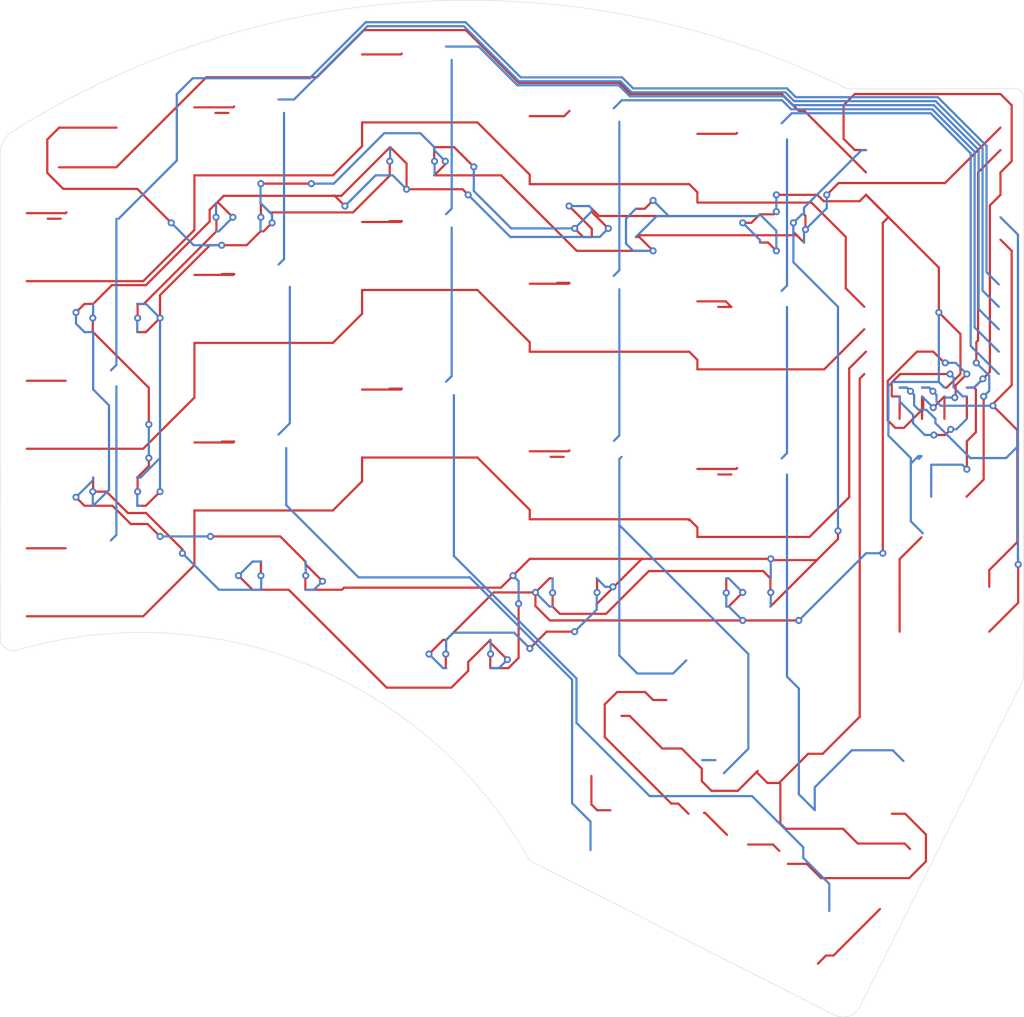
<source format=kicad_pcb>
(kicad_pcb (version 20171130) (host pcbnew "(5.1.6-0-10_14)")

  (general
    (thickness 1.6)
    (drawings 13)
    (tracks 780)
    (zones 0)
    (modules 0)
    (nets 50)
  )

  (page A4)
  (layers
    (0 F.Cu signal hide)
    (31 B.Cu signal hide)
    (32 B.Adhes user hide)
    (33 F.Adhes user hide)
    (34 B.Paste user hide)
    (35 F.Paste user hide)
    (36 B.SilkS user hide)
    (37 F.SilkS user hide)
    (38 B.Mask user hide)
    (39 F.Mask user hide)
    (40 Dwgs.User user hide)
    (41 Cmts.User user hide)
    (42 Eco1.User user)
    (43 Eco2.User user hide)
    (44 Edge.Cuts user)
    (45 Margin user hide)
    (46 B.CrtYd user hide)
    (47 F.CrtYd user hide)
    (48 B.Fab user hide)
    (49 F.Fab user hide)
  )

  (setup
    (last_trace_width 0.25)
    (trace_clearance 0.2)
    (zone_clearance 0.508)
    (zone_45_only no)
    (trace_min 0.2)
    (via_size 0.8)
    (via_drill 0.4)
    (via_min_size 0.4)
    (via_min_drill 0.3)
    (uvia_size 0.3)
    (uvia_drill 0.1)
    (uvias_allowed no)
    (uvia_min_size 0.2)
    (uvia_min_drill 0.1)
    (edge_width 0.05)
    (segment_width 0.2)
    (pcb_text_width 0.3)
    (pcb_text_size 1.5 1.5)
    (mod_edge_width 0.12)
    (mod_text_size 1 1)
    (mod_text_width 0.15)
    (pad_size 1.7526 2.0574)
    (pad_drill 1.0922)
    (pad_to_mask_clearance 0.051)
    (solder_mask_min_width 0.25)
    (aux_axis_origin 0 0)
    (visible_elements 7FFFFFFF)
    (pcbplotparams
      (layerselection 0x010fc_ffffffff)
      (usegerberextensions false)
      (usegerberattributes false)
      (usegerberadvancedattributes false)
      (creategerberjobfile false)
      (excludeedgelayer true)
      (linewidth 0.100000)
      (plotframeref false)
      (viasonmask false)
      (mode 1)
      (useauxorigin false)
      (hpglpennumber 1)
      (hpglpenspeed 20)
      (hpglpendiameter 15.000000)
      (psnegative false)
      (psa4output false)
      (plotreference true)
      (plotvalue true)
      (plotinvisibletext false)
      (padsonsilk false)
      (subtractmaskfromsilk true)
      (outputformat 1)
      (mirror false)
      (drillshape 0)
      (scaleselection 1)
      (outputdirectory "gerber/"))
  )

  (net 0 "")
  (net 1 "Net-(D1-Pad2)")
  (net 2 "Net-(D2-Pad2)")
  (net 3 "Net-(D3-Pad2)")
  (net 4 "Net-(D5-Pad2)")
  (net 5 "Net-(D6-Pad2)")
  (net 6 "Net-(D7-Pad2)")
  (net 7 ROW2)
  (net 8 "Net-(D10-Pad2)")
  (net 9 "Net-(D11-Pad2)")
  (net 10 "Net-(D12-Pad2)")
  (net 11 "Net-(D16-Pad2)")
  (net 12 "Net-(D17-Pad2)")
  (net 13 ROW1)
  (net 14 ROW3)
  (net 15 COL0)
  (net 16 COL1)
  (net 17 COL2)
  (net 18 COL3)
  (net 19 COL4)
  (net 20 ROW0)
  (net 21 SDA)
  (net 22 "Net-(D4-Pad2)")
  (net 23 "Net-(D8-Pad2)")
  (net 24 "Net-(D9-Pad2)")
  (net 25 "Net-(D13-Pad2)")
  (net 26 "Net-(D14-Pad2)")
  (net 27 "Net-(D18-Pad2)")
  (net 28 "Net-(D15-Pad2)")
  (net 29 "Net-(D19-Pad2)")
  (net 30 SCL)
  (net 31 VCC)
  (net 32 GND)
  (net 33 DATA)
  (net 34 "Net-(JP2-Pad1)")
  (net 35 "Net-(JP3-Pad1)")
  (net 36 "Net-(JP4-Pad1)")
  (net 37 "Net-(JP1-Pad1)")
  (net 38 LED)
  (net 39 LED_CONT)
  (net 40 "Net-(LED1-Pad2)")
  (net 41 "Net-(LED2-Pad2)")
  (net 42 "Net-(LED3-Pad2)")
  (net 43 "Net-(LED4-Pad2)")
  (net 44 "Net-(LED6-Pad2)")
  (net 45 "Net-(LED7-Pad2)")
  (net 46 "Net-(LED8-Pad2)")
  (net 47 "Net-(LED10-Pad4)")
  (net 48 "Net-(LED10-Pad2)")
  (net 49 "Net-(SW15-Pad2)")

  (net_class Default "This is the default net class."
    (clearance 0.2)
    (trace_width 0.25)
    (via_dia 0.8)
    (via_drill 0.4)
    (uvia_dia 0.3)
    (uvia_drill 0.1)
    (add_net COL0)
    (add_net COL1)
    (add_net COL2)
    (add_net COL3)
    (add_net COL4)
    (add_net DATA)
    (add_net GND)
    (add_net LED)
    (add_net LED_CONT)
    (add_net "Net-(D1-Pad2)")
    (add_net "Net-(D10-Pad2)")
    (add_net "Net-(D11-Pad2)")
    (add_net "Net-(D12-Pad2)")
    (add_net "Net-(D13-Pad2)")
    (add_net "Net-(D14-Pad2)")
    (add_net "Net-(D15-Pad2)")
    (add_net "Net-(D16-Pad2)")
    (add_net "Net-(D17-Pad2)")
    (add_net "Net-(D18-Pad2)")
    (add_net "Net-(D19-Pad2)")
    (add_net "Net-(D2-Pad2)")
    (add_net "Net-(D3-Pad2)")
    (add_net "Net-(D4-Pad2)")
    (add_net "Net-(D5-Pad2)")
    (add_net "Net-(D6-Pad2)")
    (add_net "Net-(D7-Pad2)")
    (add_net "Net-(D8-Pad2)")
    (add_net "Net-(D9-Pad2)")
    (add_net "Net-(JP1-Pad1)")
    (add_net "Net-(JP2-Pad1)")
    (add_net "Net-(JP3-Pad1)")
    (add_net "Net-(JP4-Pad1)")
    (add_net "Net-(LED1-Pad2)")
    (add_net "Net-(LED10-Pad2)")
    (add_net "Net-(LED10-Pad4)")
    (add_net "Net-(LED2-Pad2)")
    (add_net "Net-(LED3-Pad2)")
    (add_net "Net-(LED4-Pad2)")
    (add_net "Net-(LED6-Pad2)")
    (add_net "Net-(LED7-Pad2)")
    (add_net "Net-(LED8-Pad2)")
    (add_net "Net-(SW15-Pad2)")
    (add_net ROW0)
    (add_net ROW1)
    (add_net ROW2)
    (add_net ROW3)
    (add_net SCL)
    (add_net SDA)
    (add_net VCC)
  )

  (gr_arc (start 133.2 87.3) (end 135.599999 88.699999) (angle -30.25643716) (layer Edge.Cuts) (width 0.05))
  (gr_arc (start 115.5 124.1) (end 114.500001 125.999999) (angle -93.53079528) (layer Edge.Cuts) (width 0.05))
  (gr_arc (start 24.8 29.5) (end 21.027586 26.0435) (angle -22.6125193) (layer Edge.Cuts) (width 0.05))
  (gr_arc (start 135 22) (end 136 22) (angle -90) (layer Edge.Cuts) (width 0.05))
  (gr_line (start 21.591137 84.744072) (end 21.499802 84.76712) (layer Edge.Cuts) (width 0.05) (tstamp 5E5F6F48))
  (gr_arc (start 21.9 82.5) (end 20.000001 83.799999) (angle -45.60878847) (layer Edge.Cuts) (width 0.05))
  (gr_arc (start 36 133) (end 79.999999 108.500001) (angle -77.5153804) (layer Edge.Cuts) (width 0.05))
  (gr_line (start 19.988572 27.759696) (end 20.000001 83.799999) (layer Edge.Cuts) (width 0.05))
  (gr_line (start 116 21) (end 135 21) (layer Edge.Cuts) (width 0.05) (tstamp 5E5F65D2))
  (gr_arc (start 73 108) (end 116 21) (angle -58.6816949) (layer Edge.Cuts) (width 0.05))
  (gr_line (start 80 108.5) (end 114.5 126) (layer Edge.Cuts) (width 0.05))
  (gr_line (start 135.978487 87.3) (end 136 22) (layer Edge.Cuts) (width 0.05))
  (gr_line (start 117.457977 124.981089) (end 135.6 88.7) (layer Edge.Cuts) (width 0.05))

  (segment (start 27.4 35.1) (end 27.5 35) (width 0.25) (layer F.Cu) (net 1) (status 30))
  (segment (start 23 35.1) (end 27.4 35.1) (width 0.25) (layer F.Cu) (net 1) (status 30))
  (segment (start 25.37 35.73) (end 26.845 35.73) (width 0.25) (layer F.Cu) (net 1) (status 30))
  (segment (start 23 54.1) (end 27.4 54.1) (width 0.25) (layer F.Cu) (net 2) (status 30))
  (segment (start 23 73.1) (end 27.4 73.1) (width 0.25) (layer F.Cu) (net 3) (status 30))
  (segment (start 45.1 42) (end 46.5 42) (width 0.25) (layer F.Cu) (net 4) (status 30))
  (segment (start 46.4 42.1) (end 46.5 42) (width 0.25) (layer F.Cu) (net 4) (status 30))
  (segment (start 42 42.1) (end 46.4 42.1) (width 0.25) (layer F.Cu) (net 4) (status 30))
  (segment (start 45.1 61) (end 46.5 61) (width 0.25) (layer F.Cu) (net 5) (status 30))
  (segment (start 46.4 61.1) (end 46.5 61) (width 0.25) (layer F.Cu) (net 5) (status 30))
  (segment (start 42 61.1) (end 46.4 61.1) (width 0.25) (layer F.Cu) (net 5) (status 30))
  (segment (start 87.646477 102.801965) (end 89.145354 102.801965) (width 0.25) (layer F.Cu) (net 6) (status 30))
  (segment (start 86.988076 102.143564) (end 87.646477 102.801965) (width 0.25) (layer F.Cu) (net 6) (status 20))
  (segment (start 86.988076 98.913456) (end 86.988076 102.143564) (width 0.25) (layer F.Cu) (net 6) (status 10))
  (segment (start 42 68.81) (end 57.69 68.81) (width 0.25) (layer F.Cu) (net 7) (tstamp 5E5F57F8) (status 10))
  (segment (start 61 65.5) (end 61 62.81) (width 0.25) (layer F.Cu) (net 7) (tstamp 5E5F57F9) (status 20))
  (segment (start 57.69 68.81) (end 61 65.5) (width 0.25) (layer F.Cu) (net 7) (tstamp 5E5F57FA))
  (segment (start 36.19 80.81) (end 42 75) (width 0.25) (layer F.Cu) (net 7) (tstamp 5E5F5759))
  (segment (start 23 80.81) (end 36.19 80.81) (width 0.25) (layer F.Cu) (net 7) (tstamp 5E5F575A) (status 10))
  (segment (start 42 75) (end 42 68.81) (width 0.25) (layer F.Cu) (net 7) (tstamp 5E5F575B) (status 20))
  (segment (start 98 69.9) (end 98.018 69.882) (width 0.25) (layer F.Cu) (net 7))
  (segment (start 80 68.7345) (end 80 69.81) (width 0.25) (layer F.Cu) (net 7) (status 20))
  (segment (start 74.0755 62.81) (end 80 68.7345) (width 0.25) (layer F.Cu) (net 7))
  (segment (start 61 62.81) (end 74.0755 62.81) (width 0.25) (layer F.Cu) (net 7) (status 10))
  (segment (start 99 70.7345) (end 99 71.81) (width 0.25) (layer F.Cu) (net 7) (status 20))
  (segment (start 98.0755 69.81) (end 99 70.7345) (width 0.25) (layer F.Cu) (net 7))
  (segment (start 80 69.81) (end 98.0755 69.81) (width 0.25) (layer F.Cu) (net 7) (status 10))
  (segment (start 99 71.81) (end 111.705 71.81) (width 0.25) (layer F.Cu) (net 7) (status 10))
  (segment (start 111.705 71.81) (end 116.205 67.31) (width 0.25) (layer F.Cu) (net 7))
  (segment (start 116.205 52.705) (end 118.11 50.8) (width 0.25) (layer F.Cu) (net 7) (status 20))
  (segment (start 116.205 67.31) (end 116.205 52.705) (width 0.25) (layer F.Cu) (net 7))
  (segment (start 64.1 55) (end 65.5 55) (width 0.25) (layer F.Cu) (net 8) (status 30))
  (segment (start 65.4 55.1) (end 65.5 55) (width 0.25) (layer F.Cu) (net 8) (status 30))
  (segment (start 61 55.1) (end 65.4 55.1) (width 0.25) (layer F.Cu) (net 8) (status 30))
  (segment (start 114.426265 119.274501) (end 119.694038 114.006728) (width 0.25) (layer F.Cu) (net 9) (status 20))
  (segment (start 113.57818 119.274501) (end 114.426265 119.274501) (width 0.25) (layer F.Cu) (net 9) (status 10))
  (segment (start 112.654646 120.198035) (end 113.57818 119.274501) (width 0.25) (layer F.Cu) (net 9) (status 30))
  (segment (start 83.9 24.1) (end 84.5 23.5) (width 0.25) (layer F.Cu) (net 10) (status 30))
  (segment (start 80 24.1) (end 83.9 24.1) (width 0.25) (layer F.Cu) (net 10) (status 30))
  (segment (start 103.4 26.1) (end 103.5 26) (width 0.25) (layer F.Cu) (net 11) (status 30))
  (segment (start 99 26.1) (end 103.4 26.1) (width 0.25) (layer F.Cu) (net 11) (status 30))
  (segment (start 101.37 45.73) (end 102.845 45.73) (width 0.25) (layer F.Cu) (net 12) (status 30))
  (segment (start 102.215 45.1) (end 102.845 45.73) (width 0.25) (layer F.Cu) (net 12) (status 30))
  (segment (start 99 45.1) (end 102.215 45.1) (width 0.25) (layer F.Cu) (net 12) (status 30))
  (segment (start 42 49.81) (end 57.69 49.81) (width 0.25) (layer F.Cu) (net 13) (tstamp 5E5F57F8) (status 10))
  (segment (start 61 46.5) (end 61 43.81) (width 0.25) (layer F.Cu) (net 13) (tstamp 5E5F57F9) (status 20))
  (segment (start 57.69 49.81) (end 61 46.5) (width 0.25) (layer F.Cu) (net 13) (tstamp 5E5F57FA))
  (segment (start 36.19 61.81) (end 42 56) (width 0.25) (layer F.Cu) (net 13) (tstamp 5E5F5759))
  (segment (start 23 61.81) (end 36.19 61.81) (width 0.25) (layer F.Cu) (net 13) (tstamp 5E5F575A) (status 10))
  (segment (start 42 56) (end 42 49.81) (width 0.25) (layer F.Cu) (net 13) (tstamp 5E5F575B) (status 20))
  (segment (start 80 49.7345) (end 80 50.81) (width 0.25) (layer F.Cu) (net 13) (status 20))
  (segment (start 74.0755 43.81) (end 80 49.7345) (width 0.25) (layer F.Cu) (net 13))
  (segment (start 61 43.81) (end 74.0755 43.81) (width 0.25) (layer F.Cu) (net 13) (status 10))
  (segment (start 99 51.7345) (end 99 52.81) (width 0.25) (layer F.Cu) (net 13) (status 20))
  (segment (start 98.0755 50.81) (end 99 51.7345) (width 0.25) (layer F.Cu) (net 13))
  (segment (start 80 50.81) (end 98.0755 50.81) (width 0.25) (layer F.Cu) (net 13) (status 10))
  (segment (start 99 52.81) (end 113.37 52.81) (width 0.25) (layer F.Cu) (net 13) (status 10))
  (segment (start 113.37 52.81) (end 117.92 48.26) (width 0.25) (layer F.Cu) (net 13) (status 20))
  (segment (start 106.94626 99.712798) (end 108.24626 99.712798) (width 0.25) (layer F.Cu) (net 14) (status 20))
  (segment (start 105.84626 98.612798) (end 106.94626 99.712798) (width 0.25) (layer F.Cu) (net 14) (status 10))
  (segment (start 100.6 100.6) (end 103.579335 100.6) (width 0.25) (layer F.Cu) (net 14))
  (segment (start 99.5 99.5) (end 100.6 100.6) (width 0.25) (layer F.Cu) (net 14))
  (segment (start 103.579335 100.6) (end 105.841462 98.337873) (width 0.25) (layer F.Cu) (net 14) (status 20))
  (segment (start 90.4 92.1) (end 91.323218 92.1) (width 0.25) (layer F.Cu) (net 14) (status 30))
  (segment (start 99.5 98.084013) (end 99.5 99.5) (width 0.25) (layer F.Cu) (net 14))
  (segment (start 91.323218 92.1) (end 95.023218 95.8) (width 0.25) (layer F.Cu) (net 14) (status 10))
  (segment (start 95.023218 95.8) (end 97.215987 95.8) (width 0.25) (layer F.Cu) (net 14))
  (segment (start 97.215987 95.8) (end 99.5 98.084013) (width 0.25) (layer F.Cu) (net 14))
  (segment (start 122.490796 106.578106) (end 117.178106 106.578106) (width 0.25) (layer F.Cu) (net 14) (status 10))
  (segment (start 123.105962 107.193272) (end 122.490796 106.578106) (width 0.25) (layer F.Cu) (net 14) (status 30))
  (segment (start 117.178106 106.578106) (end 115.5 104.9) (width 0.25) (layer F.Cu) (net 14))
  (segment (start 115.5 104.9) (end 109 104.9) (width 0.25) (layer F.Cu) (net 14))
  (segment (start 108.405962 104.305962) (end 108.405962 99.793272) (width 0.25) (layer F.Cu) (net 14) (status 20))
  (segment (start 109 104.9) (end 108.405962 104.305962) (width 0.25) (layer F.Cu) (net 14))
  (segment (start 108.24626 99.712798) (end 111.559058 96.4) (width 0.25) (layer F.Cu) (net 14) (status 10))
  (segment (start 111.559058 96.4) (end 113.2 96.4) (width 0.25) (layer F.Cu) (net 14))
  (segment (start 113.2 96.4) (end 117.4 92.2) (width 0.25) (layer F.Cu) (net 14))
  (segment (start 117.4 92.2) (end 117.4 53.86) (width 0.25) (layer F.Cu) (net 14))
  (segment (start 117.4 53.86) (end 117.92 53.34) (width 0.25) (layer F.Cu) (net 14) (status 20))
  (segment (start 33.155 52.305) (end 32.54 52.92) (width 0.25) (layer B.Cu) (net 15) (status 30))
  (segment (start 33.155 35.73) (end 33.155 52.305) (width 0.25) (layer B.Cu) (net 15) (status 30))
  (segment (start 33.155 71.575) (end 32.52 72.21) (width 0.25) (layer B.Cu) (net 15) (status 30))
  (segment (start 33.155 54.73) (end 33.155 71.575) (width 0.25) (layer B.Cu) (net 15) (status 30))
  (segment (start 40 29.135) (end 33.405 35.73) (width 0.25) (layer B.Cu) (net 15) (status 20))
  (segment (start 40 21.6) (end 40 29.135) (width 0.25) (layer B.Cu) (net 15))
  (segment (start 41.8 19.8) (end 40 21.6) (width 0.25) (layer B.Cu) (net 15))
  (segment (start 55.06359 19.8) (end 41.8 19.8) (width 0.25) (layer B.Cu) (net 15))
  (segment (start 61.413599 13.449991) (end 55.06359 19.8) (width 0.25) (layer B.Cu) (net 15))
  (segment (start 72.72281 13.44999) (end 61.413599 13.449991) (width 0.25) (layer B.Cu) (net 15))
  (segment (start 78.9728 19.69998) (end 72.72281 13.44999) (width 0.25) (layer B.Cu) (net 15))
  (segment (start 90.4728 19.69998) (end 78.9728 19.69998) (width 0.25) (layer B.Cu) (net 15))
  (segment (start 91.72279 20.94997) (end 90.4728 19.69998) (width 0.25) (layer B.Cu) (net 15))
  (segment (start 109.1592 20.94997) (end 91.72279 20.94997) (width 0.25) (layer B.Cu) (net 15))
  (segment (start 110.1592 21.94997) (end 109.1592 20.94997) (width 0.25) (layer B.Cu) (net 15))
  (segment (start 126.24997 21.94997) (end 110.1592 21.94997) (width 0.25) (layer B.Cu) (net 15))
  (segment (start 131.8 27.5) (end 126.24997 21.94997) (width 0.25) (layer B.Cu) (net 15))
  (segment (start 131.770044 41.790044) (end 131.770044 27.547222) (width 0.25) (layer B.Cu) (net 15))
  (segment (start 133.16 43.18) (end 131.770044 41.790044) (width 0.25) (layer B.Cu) (net 15) (status 10))
  (segment (start 52.81 58.92) (end 51.52 60.21) (width 0.25) (layer B.Cu) (net 16) (status 20))
  (segment (start 52.81 43.46) (end 52.81 58.92) (width 0.25) (layer B.Cu) (net 16) (status 10))
  (segment (start 86.888648 105.960674) (end 86.888648 107.308503) (width 0.25) (layer B.Cu) (net 16) (status 30))
  (segment (start 86.888648 104.088648) (end 86.888648 105.960674) (width 0.25) (layer B.Cu) (net 16) (status 20))
  (segment (start 52.405 68.205) (end 60.6 76.4) (width 0.25) (layer B.Cu) (net 16))
  (segment (start 60.6 76.4) (end 73.2 76.4) (width 0.25) (layer B.Cu) (net 16))
  (segment (start 73.2 76.4) (end 84.8 88) (width 0.25) (layer B.Cu) (net 16))
  (segment (start 84.8 102) (end 86.888648 104.088648) (width 0.25) (layer B.Cu) (net 16))
  (segment (start 52.405 61.73) (end 52.405 68.205) (width 0.25) (layer B.Cu) (net 16) (status 10))
  (segment (start 84.8 88) (end 84.8 102) (width 0.25) (layer B.Cu) (net 16))
  (segment (start 72.53641 13.9) (end 61.6 13.9) (width 0.25) (layer B.Cu) (net 16))
  (segment (start 78.7864 20.14999) (end 72.53641 13.9) (width 0.25) (layer B.Cu) (net 16))
  (segment (start 90.2864 20.14999) (end 78.7864 20.14999) (width 0.25) (layer B.Cu) (net 16))
  (segment (start 91.53639 21.39998) (end 90.2864 20.14999) (width 0.25) (layer B.Cu) (net 16))
  (segment (start 108.9728 21.39998) (end 91.53639 21.39998) (width 0.25) (layer B.Cu) (net 16))
  (segment (start 109.9728 22.39998) (end 108.9728 21.39998) (width 0.25) (layer B.Cu) (net 16))
  (segment (start 125.99998 22.39998) (end 109.9728 22.39998) (width 0.25) (layer B.Cu) (net 16))
  (segment (start 131.3 27.7) (end 125.99998 22.39998) (width 0.25) (layer B.Cu) (net 16))
  (segment (start 131.320033 43.880033) (end 131.320033 27.733622) (width 0.25) (layer B.Cu) (net 16))
  (segment (start 133.16 45.72) (end 131.320033 43.880033) (width 0.25) (layer B.Cu) (net 16) (status 10))
  (segment (start 53.29 22.21) (end 51.52 22.21) (width 0.25) (layer B.Cu) (net 16) (status 20))
  (segment (start 61.6 13.9) (end 53.29 22.21) (width 0.25) (layer B.Cu) (net 16))
  (segment (start 52.155 40.305) (end 51.54 40.92) (width 0.25) (layer B.Cu) (net 16) (status 30))
  (segment (start 52.155 23.73) (end 52.155 40.305) (width 0.25) (layer B.Cu) (net 16) (status 30))
  (segment (start 71.155 34.575) (end 70.52 35.21) (width 0.25) (layer B.Cu) (net 17) (status 30))
  (segment (start 71.155 17.73) (end 71.155 34.575) (width 0.25) (layer B.Cu) (net 17) (status 30))
  (segment (start 71.155 53.575) (end 70.52 54.21) (width 0.25) (layer B.Cu) (net 17) (status 30))
  (segment (start 71.155 36.73) (end 71.155 53.575) (width 0.25) (layer B.Cu) (net 17) (status 30))
  (segment (start 113.948504 111.148504) (end 113.948504 112.377016) (width 0.25) (layer B.Cu) (net 17) (status 20))
  (segment (start 111 107) (end 111 108.2) (width 0.25) (layer B.Cu) (net 17))
  (segment (start 113.948504 112.377016) (end 113.948504 114.219577) (width 0.25) (layer B.Cu) (net 17) (status 30))
  (segment (start 105.2 101.2) (end 111 107) (width 0.25) (layer B.Cu) (net 17))
  (segment (start 111 108.2) (end 113.948504 111.148504) (width 0.25) (layer B.Cu) (net 17))
  (segment (start 71.405 73.96859) (end 85.3 87.86359) (width 0.25) (layer B.Cu) (net 17))
  (segment (start 71.405 55.73) (end 71.405 73.96859) (width 0.25) (layer B.Cu) (net 17) (status 10))
  (segment (start 93.6 101.2) (end 105.2 101.2) (width 0.25) (layer B.Cu) (net 17))
  (segment (start 85.3 87.86359) (end 85.3 92.9) (width 0.25) (layer B.Cu) (net 17))
  (segment (start 85.3 92.9) (end 93.6 101.2) (width 0.25) (layer B.Cu) (net 17))
  (segment (start 74.21 16.21) (end 70.52 16.21) (width 0.25) (layer B.Cu) (net 17) (status 20))
  (segment (start 78.6 20.6) (end 74.21 16.21) (width 0.25) (layer B.Cu) (net 17))
  (segment (start 90.1 20.6) (end 78.6 20.6) (width 0.25) (layer B.Cu) (net 17))
  (segment (start 91.34999 21.84999) (end 90.1 20.6) (width 0.25) (layer B.Cu) (net 17))
  (segment (start 108.7864 21.84999) (end 91.34999 21.84999) (width 0.25) (layer B.Cu) (net 17))
  (segment (start 109.7864 22.84999) (end 108.7864 21.84999) (width 0.25) (layer B.Cu) (net 17))
  (segment (start 125.79999 22.84999) (end 109.7864 22.84999) (width 0.25) (layer B.Cu) (net 17))
  (segment (start 130.870022 27.920022) (end 125.79999 22.84999) (width 0.25) (layer B.Cu) (net 17))
  (segment (start 130.870022 45.970022) (end 130.870022 27.920022) (width 0.25) (layer B.Cu) (net 17))
  (segment (start 133.16 48.26) (end 130.870022 45.970022) (width 0.25) (layer B.Cu) (net 17) (status 10))
  (segment (start 90.155 41.575) (end 89.52 42.21) (width 0.25) (layer B.Cu) (net 18) (status 30))
  (segment (start 90.155 24.73) (end 90.155 41.575) (width 0.25) (layer B.Cu) (net 18) (status 30))
  (segment (start 90.155 60.305) (end 89.54 60.92) (width 0.25) (layer B.Cu) (net 18) (status 30))
  (segment (start 90.155 43.73) (end 90.155 60.305) (width 0.25) (layer B.Cu) (net 18) (status 30))
  (segment (start 90.43 22.3) (end 89.52 23.21) (width 0.25) (layer B.Cu) (net 18) (status 30))
  (segment (start 90.155 62.98) (end 90.405 62.73) (width 0.25) (layer B.Cu) (net 18) (status 30))
  (segment (start 101.048504 97.119577) (end 99.536394 97.119577) (width 0.25) (layer B.Cu) (net 18) (status 30))
  (segment (start 90.155 70.5) (end 90.155 85.255) (width 0.25) (layer B.Cu) (net 18))
  (segment (start 90.155 85.255) (end 92.2 87.3) (width 0.25) (layer B.Cu) (net 18))
  (segment (start 96.247319 87.3) (end 97.745354 85.801965) (width 0.25) (layer B.Cu) (net 18) (status 20))
  (segment (start 92.2 87.3) (end 96.247319 87.3) (width 0.25) (layer B.Cu) (net 18))
  (segment (start 108.6 22.3) (end 90.43 22.3) (width 0.25) (layer B.Cu) (net 18) (status 20))
  (segment (start 109.621033 23.321033) (end 108.6 22.3) (width 0.25) (layer B.Cu) (net 18))
  (segment (start 125.617444 23.321033) (end 109.621033 23.321033) (width 0.25) (layer B.Cu) (net 18))
  (segment (start 130.420011 28.1236) (end 125.617444 23.321033) (width 0.25) (layer B.Cu) (net 18))
  (segment (start 130.420011 48.060011) (end 130.420011 28.1236) (width 0.25) (layer B.Cu) (net 18))
  (segment (start 133.16 50.8) (end 130.420011 48.060011) (width 0.25) (layer B.Cu) (net 18) (status 10))
  (segment (start 90.155 70.5) (end 90.185 70.5) (width 0.25) (layer B.Cu) (net 18))
  (segment (start 90.155 70.5) (end 90.155 62.98) (width 0.25) (layer B.Cu) (net 18) (status 20))
  (segment (start 90.185 70.5) (end 104.775 85.09) (width 0.25) (layer B.Cu) (net 18))
  (segment (start 104.775 95.827849) (end 102.011352 98.591497) (width 0.25) (layer B.Cu) (net 18) (status 20))
  (segment (start 104.775 85.09) (end 104.775 95.827849) (width 0.25) (layer B.Cu) (net 18))
  (segment (start 109.155 43.305) (end 108.54 43.92) (width 0.25) (layer B.Cu) (net 19) (status 30))
  (segment (start 109.155 26.73) (end 109.155 43.305) (width 0.25) (layer B.Cu) (net 19) (status 30))
  (segment (start 109.155 62.305) (end 108.54 62.92) (width 0.25) (layer B.Cu) (net 19) (status 30))
  (segment (start 109.155 45.73) (end 109.155 62.305) (width 0.25) (layer B.Cu) (net 19) (status 30))
  (segment (start 109.155 87.655) (end 109.155 64.73) (width 0.25) (layer B.Cu) (net 19) (status 20))
  (segment (start 110.5 89) (end 109.155 87.655) (width 0.25) (layer B.Cu) (net 19))
  (segment (start 112.300735 102.791233) (end 110.5 100.990498) (width 0.25) (layer B.Cu) (net 19) (status 10))
  (segment (start 110.5 100.990498) (end 110.5 89) (width 0.25) (layer B.Cu) (net 19))
  (segment (start 112.300735 100.199265) (end 112.300735 101.54009) (width 0.25) (layer B.Cu) (net 19) (status 20))
  (segment (start 122.348504 97.219577) (end 121.128927 96) (width 0.25) (layer B.Cu) (net 19) (status 30))
  (segment (start 112.300735 101.54009) (end 112.300735 102.791233) (width 0.25) (layer B.Cu) (net 19) (status 30))
  (segment (start 116.5 96) (end 112.300735 100.199265) (width 0.25) (layer B.Cu) (net 19))
  (segment (start 121.128927 96) (end 116.5 96) (width 0.25) (layer B.Cu) (net 19) (status 10))
  (segment (start 109.688956 23.771044) (end 108.54 24.92) (width 0.25) (layer B.Cu) (net 19) (status 20))
  (segment (start 125.431044 23.771044) (end 109.688956 23.771044) (width 0.25) (layer B.Cu) (net 19))
  (segment (start 129.97 28.31) (end 125.431044 23.771044) (width 0.25) (layer B.Cu) (net 19))
  (segment (start 129.97 50.15) (end 129.97 28.31) (width 0.25) (layer B.Cu) (net 19))
  (segment (start 133.16 53.34) (end 129.97 50.15) (width 0.25) (layer B.Cu) (net 19) (status 10))
  (segment (start 23 42.81) (end 36.19 42.81) (width 0.25) (layer F.Cu) (net 20) (status 10))
  (segment (start 42 37) (end 42 30.81) (width 0.25) (layer F.Cu) (net 20) (status 20))
  (segment (start 36.19 42.81) (end 42 37) (width 0.25) (layer F.Cu) (net 20))
  (segment (start 42 30.81) (end 57.69 30.81) (width 0.25) (layer F.Cu) (net 20) (status 10))
  (segment (start 61 27.5) (end 61 24.81) (width 0.25) (layer F.Cu) (net 20) (status 20))
  (segment (start 57.69 30.81) (end 61 27.5) (width 0.25) (layer F.Cu) (net 20))
  (segment (start 80 30.7345) (end 80 31.81) (width 0.25) (layer F.Cu) (net 20) (status 20))
  (segment (start 74.0755 24.81) (end 80 30.7345) (width 0.25) (layer F.Cu) (net 20))
  (segment (start 61 24.81) (end 74.0755 24.81) (width 0.25) (layer F.Cu) (net 20) (status 10))
  (segment (start 99 32.7345) (end 99 33.81) (width 0.25) (layer F.Cu) (net 20) (status 20))
  (segment (start 98.0755 31.81) (end 99 32.7345) (width 0.25) (layer F.Cu) (net 20))
  (segment (start 80 31.81) (end 98.0755 31.81) (width 0.25) (layer F.Cu) (net 20) (status 10))
  (segment (start 99 33.9) (end 111.93 33.9) (width 0.25) (layer F.Cu) (net 20) (status 10))
  (segment (start 111.93 33.9) (end 115.815 37.785) (width 0.25) (layer F.Cu) (net 20))
  (segment (start 115.815 37.785) (end 115.815 43.615) (width 0.25) (layer F.Cu) (net 20))
  (segment (start 115.815 43.615) (end 117.92 45.72) (width 0.25) (layer F.Cu) (net 20) (status 20))
  (segment (start 135.33 37.54) (end 133.35 35.56) (width 0.25) (layer B.Cu) (net 21) (status 20))
  (segment (start 125.976499 58.911281) (end 129.930218 62.865) (width 0.25) (layer B.Cu) (net 21))
  (segment (start 123.563499 56.888499) (end 124.071499 57.396499) (width 0.25) (layer B.Cu) (net 21))
  (segment (start 123.563499 55.701239) (end 123.563499 56.888499) (width 0.25) (layer B.Cu) (net 21))
  (segment (start 125.976499 58.421717) (end 125.976499 58.911281) (width 0.25) (layer B.Cu) (net 21))
  (segment (start 124.951281 57.396499) (end 125.976499 58.421717) (width 0.25) (layer B.Cu) (net 21))
  (segment (start 124.071499 57.396499) (end 124.951281 57.396499) (width 0.25) (layer B.Cu) (net 21))
  (segment (start 121.92 54.87924) (end 122.7415 54.87924) (width 0.25) (layer B.Cu) (net 21) (status 10))
  (segment (start 133.985 62.865) (end 135.33 61.52) (width 0.25) (layer B.Cu) (net 21))
  (segment (start 129.930218 62.865) (end 133.985 62.865) (width 0.25) (layer B.Cu) (net 21))
  (via (at 135.357562 74.929822) (size 0.8) (drill 0.4) (layers F.Cu B.Cu) (net 21))
  (segment (start 135.357562 79.272438) (end 135.357562 74.929822) (width 0.25) (layer F.Cu) (net 21))
  (segment (start 132.08 82.55) (end 135.357562 79.272438) (width 0.25) (layer F.Cu) (net 21) (status 10))
  (segment (start 135.357562 74.364137) (end 135.33 74.336575) (width 0.25) (layer B.Cu) (net 21))
  (segment (start 135.33 74.336575) (end 135.33 61.035) (width 0.25) (layer B.Cu) (net 21))
  (segment (start 135.33 61.035) (end 135.33 37.54) (width 0.25) (layer B.Cu) (net 21))
  (segment (start 135.357562 74.929822) (end 135.357562 74.364137) (width 0.25) (layer B.Cu) (net 21))
  (segment (start 135.33 61.52) (end 135.33 61.035) (width 0.25) (layer B.Cu) (net 21))
  (segment (start 122.7415 54.87924) (end 123.14863 55.28637) (width 0.25) (layer F.Cu) (net 21))
  (via (at 123.14863 55.28637) (size 0.8) (drill 0.4) (layers F.Cu B.Cu) (net 21))
  (segment (start 121.92 54.87924) (end 122.7415 54.87924) (width 0.25) (layer F.Cu) (net 21) (status 10))
  (segment (start 123.14863 55.28637) (end 123.563499 55.701239) (width 0.25) (layer B.Cu) (net 21))
  (segment (start 122.7415 54.87924) (end 123.14863 55.28637) (width 0.25) (layer B.Cu) (net 21))
  (segment (start 44.37 23.73) (end 45.845 23.73) (width 0.25) (layer F.Cu) (net 22) (status 30))
  (segment (start 46.4 23.1) (end 46.5 23) (width 0.25) (layer F.Cu) (net 22) (status 30))
  (segment (start 42 23.1) (end 46.4 23.1) (width 0.25) (layer F.Cu) (net 22) (status 30))
  (segment (start 65.4 17.1) (end 65.5 17) (width 0.25) (layer F.Cu) (net 23) (status 30))
  (segment (start 61 17.1) (end 65.4 17.1) (width 0.25) (layer F.Cu) (net 23) (status 30))
  (segment (start 64.1 36) (end 65.5 36) (width 0.25) (layer F.Cu) (net 24) (status 30))
  (segment (start 65.4 36.1) (end 65.5 36) (width 0.25) (layer F.Cu) (net 24) (status 30))
  (segment (start 61 36.1) (end 65.4 36.1) (width 0.25) (layer F.Cu) (net 24) (status 30))
  (segment (start 83.1 43) (end 84.5 43) (width 0.25) (layer F.Cu) (net 25) (status 30))
  (segment (start 84.4 43.1) (end 84.5 43) (width 0.25) (layer F.Cu) (net 25) (status 30))
  (segment (start 80 43.1) (end 84.4 43.1) (width 0.25) (layer F.Cu) (net 25) (status 30))
  (segment (start 82.37 62.73) (end 83.845 62.73) (width 0.25) (layer F.Cu) (net 26) (status 30))
  (segment (start 84.4 62.1) (end 84.5 62) (width 0.25) (layer F.Cu) (net 26) (status 30))
  (segment (start 80 62.1) (end 84.4 62.1) (width 0.25) (layer F.Cu) (net 26) (status 30))
  (segment (start 101.37 64.73) (end 102.845 64.73) (width 0.25) (layer F.Cu) (net 27) (status 30))
  (segment (start 103.4 64.1) (end 103.5 64) (width 0.25) (layer F.Cu) (net 27) (status 30))
  (segment (start 99 64.1) (end 103.4 64.1) (width 0.25) (layer F.Cu) (net 27) (status 30))
  (segment (start 99.864573 103.098035) (end 99.754646 103.098035) (width 0.25) (layer F.Cu) (net 28) (status 30))
  (segment (start 102.35374 105.587202) (end 99.864573 103.098035) (width 0.25) (layer F.Cu) (net 28) (status 30))
  (segment (start 96.833772 102.043274) (end 97.999265 103.208767) (width 0.25) (layer F.Cu) (net 28) (status 30))
  (segment (start 88.5 94.5) (end 96.043274 102.043274) (width 0.25) (layer F.Cu) (net 28))
  (segment (start 96.043274 102.043274) (end 96.833772 102.043274) (width 0.25) (layer F.Cu) (net 28) (status 20))
  (segment (start 89.9 89.4) (end 88.5 90.8) (width 0.25) (layer F.Cu) (net 28))
  (segment (start 95.488648 90.308503) (end 93.989771 90.308503) (width 0.25) (layer F.Cu) (net 28) (status 30))
  (segment (start 93.989771 90.308503) (end 93.081268 89.4) (width 0.25) (layer F.Cu) (net 28) (status 10))
  (segment (start 93.081268 89.4) (end 89.9 89.4) (width 0.25) (layer F.Cu) (net 28))
  (segment (start 88.5 90.8) (end 88.5 94.5) (width 0.25) (layer F.Cu) (net 28))
  (segment (start 107.567347 106.687202) (end 108.288648 107.408503) (width 0.25) (layer F.Cu) (net 29) (status 30))
  (segment (start 104.75374 106.687202) (end 107.567347 106.687202) (width 0.25) (layer F.Cu) (net 29) (status 30))
  (segment (start 113.014961 110.5) (end 111.395384 108.880423) (width 0.25) (layer F.Cu) (net 29))
  (segment (start 122.553523 103.198035) (end 124.9 105.544512) (width 0.25) (layer F.Cu) (net 29) (status 10))
  (segment (start 111.395384 108.880423) (end 109.251496 108.880423) (width 0.25) (layer F.Cu) (net 29) (status 20))
  (segment (start 123 110.5) (end 113.014961 110.5) (width 0.25) (layer F.Cu) (net 29))
  (segment (start 121.054646 103.198035) (end 122.553523 103.198035) (width 0.25) (layer F.Cu) (net 29) (status 30))
  (segment (start 124.9 105.544512) (end 124.9 108.6) (width 0.25) (layer F.Cu) (net 29))
  (segment (start 124.9 108.6) (end 123 110.5) (width 0.25) (layer F.Cu) (net 29))
  (segment (start 132.5 56.73) (end 134.62 54.61) (width 0.25) (layer F.Cu) (net 30))
  (segment (start 134.62 39.37) (end 133.35 38.1) (width 0.25) (layer F.Cu) (net 30) (status 20))
  (segment (start 134.62 54.61) (end 134.62 39.37) (width 0.25) (layer F.Cu) (net 30))
  (segment (start 126.580998 56.935) (end 132.5 56.935) (width 0.25) (layer B.Cu) (net 30))
  (segment (start 126.103499 56.457501) (end 126.580998 56.935) (width 0.25) (layer B.Cu) (net 30))
  (segment (start 126.103499 55.701239) (end 126.103499 56.457501) (width 0.25) (layer B.Cu) (net 30))
  (segment (start 124.46 54.87924) (end 125.2815 54.87924) (width 0.25) (layer B.Cu) (net 30) (status 10))
  (segment (start 132.5 56.935) (end 132.5 56.73) (width 0.25) (layer F.Cu) (net 30))
  (via (at 132.5 56.935) (size 0.8) (drill 0.4) (layers F.Cu B.Cu) (net 30))
  (via (at 125.68863 55.28637) (size 0.8) (drill 0.4) (layers F.Cu B.Cu) (net 30))
  (segment (start 125.2815 54.87924) (end 125.68863 55.28637) (width 0.25) (layer F.Cu) (net 30))
  (segment (start 124.46 54.87924) (end 125.2815 54.87924) (width 0.25) (layer F.Cu) (net 30) (status 10))
  (segment (start 125.68863 55.28637) (end 126.103499 55.701239) (width 0.25) (layer B.Cu) (net 30))
  (segment (start 125.2815 54.87924) (end 125.68863 55.28637) (width 0.25) (layer B.Cu) (net 30))
  (segment (start 135.255 59.69) (end 132.5 56.935) (width 0.25) (layer F.Cu) (net 30))
  (segment (start 132.08 75.565) (end 135.255 72.39) (width 0.25) (layer F.Cu) (net 30))
  (segment (start 132.08 77.47) (end 132.08 75.565) (width 0.25) (layer F.Cu) (net 30) (status 10))
  (segment (start 135.255 72.39) (end 135.255 59.69) (width 0.25) (layer F.Cu) (net 30))
  (segment (start 124.07499 62.97501) (end 124.4 62.65) (width 0.25) (layer B.Cu) (net 31) (status 30))
  (segment (start 124.4 62.65) (end 124.04 62.65) (width 0.25) (layer B.Cu) (net 31) (status 30))
  (segment (start 124.04 62.65) (end 123.19 63.5) (width 0.25) (layer B.Cu) (net 31) (status 10))
  (segment (start 123.19 70.03859) (end 124.5514 71.39999) (width 0.25) (layer B.Cu) (net 31) (status 20))
  (segment (start 123.19 63.5) (end 123.19 70.03859) (width 0.25) (layer B.Cu) (net 31))
  (segment (start 121.92 82.55) (end 121.92 77.47) (width 0.25) (layer F.Cu) (net 31) (status 30))
  (segment (start 121.92 74.33) (end 124.4 71.85) (width 0.25) (layer F.Cu) (net 31) (status 20))
  (segment (start 121.92 77.47) (end 121.92 74.33) (width 0.25) (layer F.Cu) (net 31) (status 10))
  (segment (start 120.65 54.675238) (end 120.65 60.325) (width 0.25) (layer B.Cu) (net 31))
  (segment (start 121.088499 54.236739) (end 120.65 54.675238) (width 0.25) (layer B.Cu) (net 31))
  (segment (start 123.19 62.865) (end 123.19 63.5) (width 0.25) (layer B.Cu) (net 31))
  (segment (start 120.65 60.325) (end 123.19 62.865) (width 0.25) (layer B.Cu) (net 31))
  (segment (start 126.357499 54.236739) (end 121.088499 54.236739) (width 0.25) (layer B.Cu) (net 31))
  (segment (start 127 54.87924) (end 126.357499 54.236739) (width 0.25) (layer B.Cu) (net 31) (status 10))
  (segment (start 118.11 33.02) (end 120.015 34.925) (width 0.25) (layer F.Cu) (net 31) (status 10))
  (via (at 126.365 46.355) (size 0.8) (drill 0.4) (layers F.Cu B.Cu) (net 31))
  (segment (start 126.365 41.275) (end 126.365 46.355) (width 0.25) (layer F.Cu) (net 31))
  (segment (start 126.365 54.24424) (end 127 54.87924) (width 0.25) (layer B.Cu) (net 31) (status 20))
  (segment (start 126.365 46.355) (end 126.365 54.24424) (width 0.25) (layer B.Cu) (net 31))
  (segment (start 128.814999 53.318241) (end 128.814999 48.804999) (width 0.25) (layer F.Cu) (net 31))
  (segment (start 128.814999 48.804999) (end 126.365 46.355) (width 0.25) (layer F.Cu) (net 31))
  (segment (start 127.254 54.87924) (end 128.814999 53.318241) (width 0.25) (layer F.Cu) (net 31) (status 10))
  (segment (start 127 54.87924) (end 127.254 54.87924) (width 0.25) (layer F.Cu) (net 31) (status 30))
  (segment (start 87.860001 35.420001) (end 87.035 34.595) (width 0.25) (layer F.Cu) (net 31) (status 20))
  (segment (start 106.085 35.23) (end 105.894999 35.420001) (width 0.25) (layer F.Cu) (net 31) (status 30))
  (segment (start 106.085 38.43) (end 106.085 38.14) (width 0.25) (layer B.Cu) (net 31) (status 30))
  (segment (start 106.085 38.14) (end 104.14 36.195) (width 0.25) (layer B.Cu) (net 31) (status 10))
  (via (at 104.14 36.195) (size 0.8) (drill 0.4) (layers F.Cu B.Cu) (net 31))
  (segment (start 105.12 36.195) (end 106.085 35.23) (width 0.25) (layer F.Cu) (net 31) (status 20))
  (segment (start 104.14 36.195) (end 105.12 36.195) (width 0.25) (layer F.Cu) (net 31))
  (segment (start 106.085 35.23) (end 107.645 35.23) (width 0.25) (layer F.Cu) (net 31) (status 10))
  (via (at 107.95 34.925) (size 0.8) (drill 0.4) (layers F.Cu B.Cu) (net 31))
  (segment (start 107.645 35.23) (end 107.95 34.925) (width 0.25) (layer F.Cu) (net 31))
  (segment (start 107.95 34.925) (end 107.95 33.02) (width 0.25) (layer B.Cu) (net 31))
  (via (at 107.95 33.02) (size 0.8) (drill 0.4) (layers F.Cu B.Cu) (net 31))
  (segment (start 113.316999 33.745001) (end 117.384999 33.745001) (width 0.25) (layer F.Cu) (net 31))
  (segment (start 117.384999 33.745001) (end 118.11 33.02) (width 0.25) (layer F.Cu) (net 31) (status 20))
  (segment (start 112.591998 33.02) (end 113.316999 33.745001) (width 0.25) (layer F.Cu) (net 31))
  (segment (start 107.95 33.02) (end 112.591998 33.02) (width 0.25) (layer F.Cu) (net 31))
  (segment (start 105.894999 35.420001) (end 87.860001 35.420001) (width 0.25) (layer F.Cu) (net 31) (status 10))
  (segment (start 87.035 37.795) (end 77.8 37.795) (width 0.25) (layer B.Cu) (net 31) (status 10))
  (via (at 73.025 33.02) (size 0.8) (drill 0.4) (layers F.Cu B.Cu) (net 31))
  (segment (start 77.8 37.795) (end 73.025 33.02) (width 0.25) (layer B.Cu) (net 31))
  (via (at 66.04 32.385) (size 0.8) (drill 0.4) (layers F.Cu B.Cu) (net 31))
  (segment (start 72.39 32.385) (end 66.04 32.385) (width 0.25) (layer F.Cu) (net 31))
  (segment (start 73.025 33.02) (end 72.39 32.385) (width 0.25) (layer F.Cu) (net 31))
  (segment (start 64.465 30.81) (end 64.175 30.81) (width 0.25) (layer B.Cu) (net 31) (status 30))
  (segment (start 66.04 32.385) (end 64.465 30.81) (width 0.25) (layer B.Cu) (net 31) (status 20))
  (segment (start 66.04 29.475) (end 64.175 27.61) (width 0.25) (layer F.Cu) (net 31) (status 20))
  (segment (start 66.04 32.385) (end 66.04 29.475) (width 0.25) (layer F.Cu) (net 31))
  (segment (start 44.49 37.16) (end 44.755 37.16) (width 0.25) (layer B.Cu) (net 31) (status 30))
  (via (at 46.355 35.56) (size 0.8) (drill 0.4) (layers F.Cu B.Cu) (net 31))
  (segment (start 44.755 37.16) (end 46.355 35.56) (width 0.25) (layer B.Cu) (net 31) (status 10))
  (segment (start 44.755 33.96) (end 44.49 33.96) (width 0.25) (layer F.Cu) (net 31) (status 30))
  (segment (start 46.355 35.56) (end 44.755 33.96) (width 0.25) (layer F.Cu) (net 31) (status 20))
  (segment (start 58.650001 33.134999) (end 64.175 27.61) (width 0.25) (layer F.Cu) (net 31) (status 20))
  (segment (start 44.49 33.96) (end 45.315001 33.134999) (width 0.25) (layer F.Cu) (net 31) (status 10))
  (segment (start 64.175 30.81) (end 62.535 30.81) (width 0.25) (layer B.Cu) (net 31) (status 10))
  (via (at 59.055 34.29) (size 0.8) (drill 0.4) (layers F.Cu B.Cu) (net 31))
  (segment (start 62.535 30.81) (end 59.055 34.29) (width 0.25) (layer B.Cu) (net 31))
  (segment (start 57.899999 33.134999) (end 57.670001 33.134999) (width 0.25) (layer F.Cu) (net 31))
  (segment (start 59.055 34.29) (end 57.899999 33.134999) (width 0.25) (layer F.Cu) (net 31))
  (segment (start 57.670001 33.134999) (end 58.650001 33.134999) (width 0.25) (layer F.Cu) (net 31))
  (segment (start 45.315001 33.134999) (end 57.670001 33.134999) (width 0.25) (layer F.Cu) (net 31))
  (segment (start 30.52 45.39) (end 29.54 45.39) (width 0.25) (layer F.Cu) (net 31) (status 10))
  (via (at 28.575 46.355) (size 0.8) (drill 0.4) (layers F.Cu B.Cu) (net 31))
  (segment (start 29.54 45.39) (end 28.575 46.355) (width 0.25) (layer F.Cu) (net 31))
  (segment (start 28.575 46.355) (end 28.575 47.625) (width 0.25) (layer B.Cu) (net 31))
  (segment (start 29.54 48.59) (end 30.52 48.59) (width 0.25) (layer B.Cu) (net 31) (status 20))
  (segment (start 28.575 47.625) (end 29.54 48.59) (width 0.25) (layer B.Cu) (net 31))
  (segment (start 43.724999 34.725001) (end 44.49 33.96) (width 0.25) (layer F.Cu) (net 31) (status 20))
  (segment (start 43.724999 36.039999) (end 43.724999 34.725001) (width 0.25) (layer F.Cu) (net 31))
  (segment (start 36.504989 43.260009) (end 43.724999 36.039999) (width 0.25) (layer F.Cu) (net 31))
  (segment (start 32.649991 43.260009) (end 36.504989 43.260009) (width 0.25) (layer F.Cu) (net 31))
  (segment (start 30.52 45.39) (end 32.649991 43.260009) (width 0.25) (layer F.Cu) (net 31) (status 10))
  (segment (start 87.935 37.795) (end 88.9 36.83) (width 0.25) (layer B.Cu) (net 31))
  (via (at 88.9 36.83) (size 0.8) (drill 0.4) (layers F.Cu B.Cu) (net 31))
  (segment (start 87.035 37.795) (end 87.935 37.795) (width 0.25) (layer B.Cu) (net 31) (status 10))
  (segment (start 87.035 34.965) (end 87.035 34.595) (width 0.25) (layer F.Cu) (net 31) (status 30))
  (segment (start 88.9 36.83) (end 87.035 34.965) (width 0.25) (layer F.Cu) (net 31) (status 20))
  (segment (start 30.52 66.635) (end 30.48 66.675) (width 0.25) (layer F.Cu) (net 31))
  (via (at 30.48 66.675) (size 0.8) (drill 0.4) (layers F.Cu B.Cu) (net 31))
  (segment (start 30.52 65.075) (end 30.52 66.635) (width 0.25) (layer F.Cu) (net 31) (status 10))
  (segment (start 30.48 68.235) (end 30.52 68.275) (width 0.25) (layer B.Cu) (net 31) (status 30))
  (segment (start 30.48 66.675) (end 30.48 68.235) (width 0.25) (layer B.Cu) (net 31) (status 20))
  (segment (start 32.318901 66.476099) (end 30.52 68.275) (width 0.25) (layer B.Cu) (net 31) (status 20))
  (segment (start 32.318901 56.886927) (end 32.318901 66.476099) (width 0.25) (layer B.Cu) (net 31))
  (segment (start 30.52 55.088026) (end 32.318901 56.886927) (width 0.25) (layer B.Cu) (net 31))
  (segment (start 30.52 48.59) (end 30.52 55.088026) (width 0.25) (layer B.Cu) (net 31) (status 10))
  (segment (start 102.275 79.705) (end 102.275 78.145) (width 0.25) (layer B.Cu) (net 31) (status 10))
  (via (at 102.275 78.145) (size 0.8) (drill 0.4) (layers F.Cu B.Cu) (net 31))
  (segment (start 102.275 78.145) (end 102.275 76.505) (width 0.25) (layer F.Cu) (net 31) (status 20))
  (via (at 80.645 78.105) (size 0.8) (drill 0.4) (layers F.Cu B.Cu) (net 31))
  (segment (start 82.245 79.705) (end 80.645 78.105) (width 0.25) (layer B.Cu) (net 31) (status 10))
  (segment (start 82.59 79.705) (end 82.245 79.705) (width 0.25) (layer B.Cu) (net 31) (status 30))
  (segment (start 82.245 76.505) (end 82.59 76.505) (width 0.25) (layer F.Cu) (net 31) (status 30))
  (segment (start 80.645 78.105) (end 82.245 76.505) (width 0.25) (layer F.Cu) (net 31) (status 20))
  (segment (start 75.91 78.105) (end 70.525 83.49) (width 0.25) (layer F.Cu) (net 31) (status 20))
  (segment (start 80.645 78.105) (end 75.91 78.105) (width 0.25) (layer F.Cu) (net 31))
  (via (at 68.58 85.09) (size 0.8) (drill 0.4) (layers F.Cu B.Cu) (net 31))
  (segment (start 70.18 83.49) (end 68.58 85.09) (width 0.25) (layer F.Cu) (net 31) (status 10))
  (segment (start 70.525 83.49) (end 70.18 83.49) (width 0.25) (layer F.Cu) (net 31) (status 30))
  (segment (start 70.18 86.69) (end 70.525 86.69) (width 0.25) (layer B.Cu) (net 31) (status 30))
  (segment (start 68.58 85.09) (end 70.18 86.69) (width 0.25) (layer B.Cu) (net 31) (status 20))
  (segment (start 120.65 35.56) (end 120.015 36.195) (width 0.25) (layer F.Cu) (net 31))
  (segment (start 118.11 33.02) (end 120.65 35.56) (width 0.25) (layer F.Cu) (net 31) (status 10))
  (via (at 120.015 73.66) (size 0.8) (drill 0.4) (layers F.Cu B.Cu) (net 31))
  (segment (start 120.015 36.195) (end 120.015 73.66) (width 0.25) (layer F.Cu) (net 31))
  (segment (start 120.65 35.56) (end 126.365 41.275) (width 0.25) (layer F.Cu) (net 31))
  (via (at 110.49 81.28) (size 0.8) (drill 0.4) (layers F.Cu B.Cu) (net 31))
  (segment (start 118.11 73.66) (end 110.49 81.28) (width 0.25) (layer B.Cu) (net 31))
  (segment (start 120.015 73.66) (end 118.11 73.66) (width 0.25) (layer B.Cu) (net 31))
  (via (at 104.14 81.28) (size 0.8) (drill 0.4) (layers F.Cu B.Cu) (net 31))
  (segment (start 110.49 81.28) (end 104.14 81.28) (width 0.25) (layer F.Cu) (net 31))
  (segment (start 102.565 79.705) (end 102.275 79.705) (width 0.25) (layer B.Cu) (net 31) (status 30))
  (segment (start 104.14 81.28) (end 102.565 79.705) (width 0.25) (layer B.Cu) (net 31) (status 20))
  (segment (start 82.279998 81.28) (end 80.645 79.645002) (width 0.25) (layer F.Cu) (net 31))
  (segment (start 80.645 79.645002) (end 80.645 78.105) (width 0.25) (layer F.Cu) (net 31))
  (segment (start 104.14 81.28) (end 82.279998 81.28) (width 0.25) (layer F.Cu) (net 31))
  (via (at 49.53 76.2) (size 0.8) (drill 0.4) (layers F.Cu B.Cu) (net 31))
  (segment (start 49.57 76.24) (end 49.53 76.2) (width 0.25) (layer B.Cu) (net 31))
  (segment (start 49.57 77.8) (end 49.57 76.24) (width 0.25) (layer B.Cu) (net 31) (status 10))
  (segment (start 49.53 74.64) (end 49.57 74.6) (width 0.25) (layer F.Cu) (net 31) (status 30))
  (segment (start 49.53 76.2) (end 49.53 74.64) (width 0.25) (layer F.Cu) (net 31) (status 20))
  (segment (start 40.64 73.221998) (end 40.64 73.66) (width 0.25) (layer F.Cu) (net 31))
  (segment (start 34.459999 69.100001) (end 36.518003 69.100001) (width 0.25) (layer F.Cu) (net 31))
  (segment (start 36.518003 69.100001) (end 40.64 73.221998) (width 0.25) (layer F.Cu) (net 31))
  (via (at 40.64 73.66) (size 0.8) (drill 0.4) (layers F.Cu B.Cu) (net 31))
  (segment (start 32.034998 66.675) (end 34.459999 69.100001) (width 0.25) (layer F.Cu) (net 31))
  (segment (start 30.48 66.675) (end 32.034998 66.675) (width 0.25) (layer F.Cu) (net 31))
  (segment (start 44.78 77.8) (end 49.57 77.8) (width 0.25) (layer B.Cu) (net 31) (status 20))
  (segment (start 40.64 73.66) (end 44.78 77.8) (width 0.25) (layer B.Cu) (net 31))
  (segment (start 125.5 67.25) (end 125.5 63.62001) (width 0.25) (layer B.Cu) (net 32) (status 10))
  (segment (start 118.11 27.94) (end 116.84 27.94) (width 0.25) (layer F.Cu) (net 32) (status 10))
  (segment (start 116.84 27.94) (end 115.57 26.67) (width 0.25) (layer F.Cu) (net 32))
  (segment (start 115.57 26.67) (end 115.57 22.86) (width 0.25) (layer F.Cu) (net 32))
  (segment (start 115.57 22.86) (end 116.84 21.59) (width 0.25) (layer F.Cu) (net 32))
  (segment (start 116.84 21.59) (end 133.35 21.59) (width 0.25) (layer F.Cu) (net 32))
  (segment (start 133.35 21.59) (end 134.62 22.86) (width 0.25) (layer F.Cu) (net 32))
  (segment (start 134.62 22.86) (end 134.62 29.21) (width 0.25) (layer F.Cu) (net 32))
  (segment (start 134.62 29.21) (end 133.35 30.48) (width 0.25) (layer F.Cu) (net 32) (status 20))
  (segment (start 132.148699 34.221301) (end 133.35 33.02) (width 0.25) (layer F.Cu) (net 32) (status 20))
  (segment (start 132.148699 53.092041) (end 132.148699 34.221301) (width 0.25) (layer F.Cu) (net 32))
  (segment (start 130.563501 55.081241) (end 130.563501 59.936499) (width 0.25) (layer F.Cu) (net 32))
  (segment (start 130.3615 54.87924) (end 130.563501 55.081241) (width 0.25) (layer F.Cu) (net 32))
  (segment (start 130.563501 59.936499) (end 129.54 60.96) (width 0.25) (layer F.Cu) (net 32))
  (segment (start 125.5 63.62001) (end 129.02501 63.62001) (width 0.25) (layer B.Cu) (net 32))
  (segment (start 129.02501 63.62001) (end 129.54 64.135) (width 0.25) (layer B.Cu) (net 32))
  (via (at 129.54 64.135) (size 0.8) (drill 0.4) (layers F.Cu B.Cu) (net 32))
  (segment (start 129.54 64.135) (end 129.54 60.96) (width 0.25) (layer F.Cu) (net 32))
  (segment (start 133.35 30.48) (end 133.35 33.02) (width 0.25) (layer F.Cu) (net 32) (status 30))
  (segment (start 129.54 54.87924) (end 130.3615 54.87924) (width 0.25) (layer F.Cu) (net 32) (status 10))
  (via (at 131.35537 53.88537) (size 0.8) (drill 0.4) (layers F.Cu B.Cu) (net 32))
  (segment (start 129.54 54.87924) (end 130.3615 54.87924) (width 0.25) (layer B.Cu) (net 32) (status 10))
  (segment (start 131.35537 53.88537) (end 132.148699 53.092041) (width 0.25) (layer F.Cu) (net 32))
  (segment (start 130.3615 54.87924) (end 131.35537 53.88537) (width 0.25) (layer B.Cu) (net 32))
  (segment (start 130.3615 54.87924) (end 131.35537 53.88537) (width 0.25) (layer F.Cu) (net 32))
  (segment (start 92.225001 37.604999) (end 92.035 37.795) (width 0.25) (layer F.Cu) (net 32) (status 30))
  (segment (start 110.259999 37.604999) (end 92.225001 37.604999) (width 0.25) (layer F.Cu) (net 32) (status 20))
  (segment (start 111.085 38.43) (end 110.259999 37.604999) (width 0.25) (layer F.Cu) (net 32) (status 10))
  (via (at 109.88 36.195) (size 0.8) (drill 0.4) (layers F.Cu B.Cu) (net 32))
  (segment (start 110.845 35.23) (end 109.88 36.195) (width 0.25) (layer B.Cu) (net 32) (status 10))
  (segment (start 111.085 35.23) (end 110.845 35.23) (width 0.25) (layer B.Cu) (net 32) (status 30))
  (segment (start 109.88 37.225) (end 110.259999 37.604999) (width 0.25) (layer F.Cu) (net 32))
  (segment (start 109.88 36.195) (end 109.88 37.225) (width 0.25) (layer F.Cu) (net 32))
  (segment (start 111.085 34.48) (end 117.625 27.94) (width 0.25) (layer B.Cu) (net 32) (status 20))
  (segment (start 117.625 27.94) (end 118.11 27.94) (width 0.25) (layer B.Cu) (net 32) (status 30))
  (segment (start 111.085 35.23) (end 111.085 34.48) (width 0.25) (layer B.Cu) (net 32) (status 10))
  (via (at 93.98 39.37) (size 0.8) (drill 0.4) (layers F.Cu B.Cu) (net 32))
  (segment (start 90.909999 38.555001) (end 91.724998 39.37) (width 0.25) (layer B.Cu) (net 32))
  (segment (start 90.909999 35.720001) (end 90.909999 38.555001) (width 0.25) (layer B.Cu) (net 32))
  (segment (start 91.724998 39.37) (end 93.98 39.37) (width 0.25) (layer B.Cu) (net 32))
  (segment (start 92.035 34.595) (end 90.909999 35.720001) (width 0.25) (layer B.Cu) (net 32) (status 10))
  (segment (start 92.405 37.795) (end 92.035 37.795) (width 0.25) (layer F.Cu) (net 32) (status 30))
  (segment (start 93.98 39.37) (end 92.405 37.795) (width 0.25) (layer F.Cu) (net 32) (status 20))
  (via (at 70.43 29.21) (size 0.8) (drill 0.4) (layers F.Cu B.Cu) (net 32))
  (segment (start 69.175 27.955) (end 70.43 29.21) (width 0.25) (layer B.Cu) (net 32) (status 10))
  (segment (start 69.175 27.61) (end 69.175 27.955) (width 0.25) (layer B.Cu) (net 32) (status 30))
  (segment (start 70.43 29.555) (end 69.175 30.81) (width 0.25) (layer F.Cu) (net 32) (status 20))
  (segment (start 70.43 29.21) (end 70.43 29.555) (width 0.25) (layer F.Cu) (net 32))
  (segment (start 69.175 30.81) (end 76.763998 30.81) (width 0.25) (layer F.Cu) (net 32) (status 10))
  (segment (start 85.323998 39.37) (end 93.98 39.37) (width 0.25) (layer F.Cu) (net 32))
  (segment (start 76.763998 30.81) (end 85.323998 39.37) (width 0.25) (layer F.Cu) (net 32))
  (segment (start 49.49 37.16) (end 49.835 37.16) (width 0.25) (layer F.Cu) (net 32) (status 30))
  (segment (start 49.835 37.16) (end 50.8 36.195) (width 0.25) (layer F.Cu) (net 32) (status 10))
  (via (at 50.8 36.195) (size 0.8) (drill 0.4) (layers F.Cu B.Cu) (net 32))
  (segment (start 50.8 35.27) (end 49.49 33.96) (width 0.25) (layer B.Cu) (net 32) (status 20))
  (segment (start 50.8 36.195) (end 50.8 35.27) (width 0.25) (layer B.Cu) (net 32))
  (via (at 49.53 31.75) (size 0.8) (drill 0.4) (layers F.Cu B.Cu) (net 32))
  (segment (start 49.49 31.79) (end 49.53 31.75) (width 0.25) (layer B.Cu) (net 32))
  (segment (start 49.49 33.96) (end 49.49 31.79) (width 0.25) (layer B.Cu) (net 32) (status 10))
  (via (at 55.245 31.75) (size 0.8) (drill 0.4) (layers F.Cu B.Cu) (net 32))
  (segment (start 49.53 31.75) (end 55.245 31.75) (width 0.25) (layer F.Cu) (net 32))
  (segment (start 67.6 26.035) (end 69.175 27.61) (width 0.25) (layer B.Cu) (net 32) (status 20))
  (segment (start 63.5 26.035) (end 67.6 26.035) (width 0.25) (layer B.Cu) (net 32))
  (segment (start 57.785 31.75) (end 63.5 26.035) (width 0.25) (layer B.Cu) (net 32))
  (segment (start 55.245 31.75) (end 57.785 31.75) (width 0.25) (layer B.Cu) (net 32))
  (via (at 38.1 46.99) (size 0.8) (drill 0.4) (layers F.Cu B.Cu) (net 32))
  (segment (start 36.5 48.59) (end 38.1 46.99) (width 0.25) (layer F.Cu) (net 32))
  (segment (start 35.52 48.59) (end 36.5 48.59) (width 0.25) (layer F.Cu) (net 32) (status 10))
  (segment (start 36.5 45.39) (end 35.52 45.39) (width 0.25) (layer B.Cu) (net 32) (status 20))
  (segment (start 38.1 46.99) (end 36.5 45.39) (width 0.25) (layer B.Cu) (net 32))
  (segment (start 38.1 44.387258) (end 43.752258 38.735) (width 0.25) (layer F.Cu) (net 32))
  (segment (start 38.1 46.99) (end 38.1 44.387258) (width 0.25) (layer F.Cu) (net 32))
  (segment (start 47.915 38.735) (end 49.49 37.16) (width 0.25) (layer F.Cu) (net 32) (status 20))
  (segment (start 35.52 65.075) (end 35.89 65.075) (width 0.25) (layer B.Cu) (net 32) (status 30))
  (segment (start 35.89 65.075) (end 38.1 62.865) (width 0.25) (layer B.Cu) (net 32) (status 10))
  (segment (start 38.1 62.865) (end 38.1 46.99) (width 0.25) (layer B.Cu) (net 32))
  (segment (start 35.52 68.275) (end 36.5 68.275) (width 0.25) (layer F.Cu) (net 32) (status 10))
  (via (at 38.1 66.675) (size 0.8) (drill 0.4) (layers F.Cu B.Cu) (net 32))
  (segment (start 36.5 68.275) (end 38.1 66.675) (width 0.25) (layer F.Cu) (net 32))
  (segment (start 38.1 66.675) (end 38.1 62.865) (width 0.25) (layer B.Cu) (net 32))
  (segment (start 109.88 36.195) (end 109.88 40.665) (width 0.25) (layer B.Cu) (net 32))
  (segment (start 109.88 40.665) (end 114.935 45.72) (width 0.25) (layer B.Cu) (net 32))
  (via (at 114.935 71.12) (size 0.8) (drill 0.4) (layers F.Cu B.Cu) (net 32))
  (segment (start 114.935 45.72) (end 114.935 71.12) (width 0.25) (layer B.Cu) (net 32))
  (segment (start 114.935 71.12) (end 114.935 72.045) (width 0.25) (layer F.Cu) (net 32))
  (segment (start 107.46 74.44) (end 107.315 74.295) (width 0.25) (layer F.Cu) (net 32))
  (segment (start 114.935 72.045) (end 112.54 74.44) (width 0.25) (layer F.Cu) (net 32))
  (via (at 107.315 74.295) (size 0.8) (drill 0.4) (layers F.Cu B.Cu) (net 32))
  (segment (start 112.54 74.44) (end 107.46 74.44) (width 0.25) (layer F.Cu) (net 32))
  (segment (start 112.54 74.44) (end 107.275 79.705) (width 0.25) (layer F.Cu) (net 32) (status 20))
  (segment (start 107.315 76.465) (end 107.275 76.505) (width 0.25) (layer B.Cu) (net 32) (status 30))
  (segment (start 107.315 74.295) (end 107.315 76.465) (width 0.25) (layer B.Cu) (net 32) (status 20))
  (segment (start 87.59 79.705) (end 87.59 79.415) (width 0.25) (layer F.Cu) (net 32) (status 30))
  (segment (start 92.71 74.295) (end 107.315 74.295) (width 0.25) (layer F.Cu) (net 32))
  (via (at 89.43 77.47) (size 0.8) (drill 0.4) (layers F.Cu B.Cu) (net 32))
  (segment (start 89.535 77.47) (end 89.43 77.47) (width 0.25) (layer F.Cu) (net 32))
  (segment (start 87.59 79.415) (end 89.535 77.47) (width 0.25) (layer F.Cu) (net 32) (status 10))
  (segment (start 89.535 77.47) (end 92.71 74.295) (width 0.25) (layer F.Cu) (net 32))
  (segment (start 88.555 77.47) (end 87.59 76.505) (width 0.25) (layer B.Cu) (net 32) (status 20))
  (segment (start 89.43 77.47) (end 88.555 77.47) (width 0.25) (layer B.Cu) (net 32))
  (via (at 75.565 85.09) (size 0.8) (drill 0.4) (layers F.Cu B.Cu) (net 32))
  (segment (start 75.525 85.13) (end 75.565 85.09) (width 0.25) (layer F.Cu) (net 32))
  (segment (start 75.525 86.69) (end 75.525 85.13) (width 0.25) (layer F.Cu) (net 32) (status 10))
  (segment (start 75.565 83.53) (end 75.525 83.49) (width 0.25) (layer B.Cu) (net 32) (status 30))
  (segment (start 75.565 85.09) (end 75.565 83.53) (width 0.25) (layer B.Cu) (net 32) (status 20))
  (via (at 78.105 76.2) (size 0.8) (drill 0.4) (layers F.Cu B.Cu) (net 32))
  (segment (start 80.01 74.295) (end 78.105 76.2) (width 0.25) (layer F.Cu) (net 32))
  (segment (start 92.71 74.295) (end 80.01 74.295) (width 0.25) (layer F.Cu) (net 32))
  (via (at 78.74 79.375) (size 0.8) (drill 0.4) (layers F.Cu B.Cu) (net 32))
  (segment (start 78.74 76.835) (end 78.74 79.375) (width 0.25) (layer B.Cu) (net 32))
  (segment (start 78.105 76.2) (end 78.74 76.835) (width 0.25) (layer B.Cu) (net 32))
  (segment (start 77.578002 86.69) (end 75.525 86.69) (width 0.25) (layer F.Cu) (net 32) (status 20))
  (segment (start 78.74 85.528002) (end 77.578002 86.69) (width 0.25) (layer F.Cu) (net 32))
  (segment (start 78.74 79.375) (end 78.74 85.528002) (width 0.25) (layer F.Cu) (net 32))
  (via (at 54.61 76.2) (size 0.8) (drill 0.4) (layers F.Cu B.Cu) (net 32))
  (segment (start 54.57 76.24) (end 54.61 76.2) (width 0.25) (layer F.Cu) (net 32))
  (segment (start 54.57 77.8) (end 54.57 76.24) (width 0.25) (layer F.Cu) (net 32) (status 10))
  (segment (start 54.61 74.64) (end 54.57 74.6) (width 0.25) (layer B.Cu) (net 32) (status 30))
  (segment (start 54.61 76.2) (end 54.61 74.64) (width 0.25) (layer B.Cu) (net 32) (status 20))
  (segment (start 76.744999 77.560001) (end 58.964999 77.560001) (width 0.25) (layer F.Cu) (net 32))
  (segment (start 78.105 76.2) (end 76.744999 77.560001) (width 0.25) (layer F.Cu) (net 32))
  (segment (start 58.725 77.8) (end 54.57 77.8) (width 0.25) (layer F.Cu) (net 32) (status 20))
  (segment (start 58.964999 77.560001) (end 58.725 77.8) (width 0.25) (layer F.Cu) (net 32))
  (segment (start 26.647 25.4) (end 33.17 25.4) (width 0.25) (layer F.Cu) (net 32))
  (segment (start 35.51999 32.34499) (end 39.37 36.195) (width 0.25) (layer F.Cu) (net 32))
  (segment (start 25.321999 30.536001) (end 27.130988 32.34499) (width 0.25) (layer F.Cu) (net 32))
  (via (at 39.37 36.195) (size 0.8) (drill 0.4) (layers F.Cu B.Cu) (net 32))
  (segment (start 25.321999 26.748001) (end 25.321999 30.536001) (width 0.25) (layer F.Cu) (net 32))
  (segment (start 27.130988 32.34499) (end 35.51999 32.34499) (width 0.25) (layer F.Cu) (net 32))
  (segment (start 26.67 25.4) (end 25.321999 26.748001) (width 0.25) (layer F.Cu) (net 32))
  (segment (start 41.91 38.735) (end 45.085 38.735) (width 0.25) (layer B.Cu) (net 32))
  (segment (start 39.37 36.195) (end 41.91 38.735) (width 0.25) (layer B.Cu) (net 32))
  (via (at 45.085 38.735) (size 0.8) (drill 0.4) (layers F.Cu B.Cu) (net 32))
  (segment (start 45.085 38.735) (end 47.915 38.735) (width 0.25) (layer F.Cu) (net 32))
  (segment (start 43.752258 38.735) (end 45.085 38.735) (width 0.25) (layer F.Cu) (net 32))
  (segment (start 130.81 30.48) (end 130.81 49.53) (width 0.25) (layer F.Cu) (net 33))
  (segment (start 133.35 27.94) (end 130.81 30.48) (width 0.25) (layer F.Cu) (net 33) (status 10))
  (segment (start 129.5 67.25) (end 131.445 65.305) (width 0.25) (layer F.Cu) (net 33) (status 10))
  (segment (start 131.445 65.305) (end 131.445 55.88) (width 0.25) (layer F.Cu) (net 33))
  (via (at 131.445 55.88) (size 0.8) (drill 0.4) (layers F.Cu B.Cu) (net 33))
  (segment (start 132.080371 53.537369) (end 130.613002 52.07) (width 0.25) (layer B.Cu) (net 33))
  (segment (start 132.080371 55.244629) (end 132.080371 53.537369) (width 0.25) (layer B.Cu) (net 33))
  (segment (start 131.445 55.88) (end 132.080371 55.244629) (width 0.25) (layer B.Cu) (net 33))
  (via (at 130.613002 52.07) (size 0.8) (drill 0.4) (layers F.Cu B.Cu) (net 33))
  (segment (start 130.613002 49.726998) (end 130.81 49.53) (width 0.25) (layer F.Cu) (net 33))
  (segment (start 130.613002 52.07) (end 130.613002 49.726998) (width 0.25) (layer F.Cu) (net 33))
  (segment (start 127 58.42) (end 127 55.88) (width 0.25) (layer F.Cu) (net 34) (status 30))
  (via (at 125.730044 57.149956) (size 0.8) (drill 0.4) (layers F.Cu B.Cu) (net 34))
  (segment (start 127 55.88) (end 125.730044 57.149956) (width 0.25) (layer F.Cu) (net 34) (status 10))
  (segment (start 125.729956 57.149956) (end 124.46 55.88) (width 0.25) (layer B.Cu) (net 34) (status 20))
  (segment (start 125.730044 57.149956) (end 125.729956 57.149956) (width 0.25) (layer B.Cu) (net 34))
  (segment (start 124.46 55.88) (end 124.46 58.42) (width 0.25) (layer F.Cu) (net 35) (status 30))
  (segment (start 120.57349 54.115338) (end 123.888828 50.8) (width 0.25) (layer F.Cu) (net 35))
  (segment (start 120.57349 58.588272) (end 120.57349 54.115338) (width 0.25) (layer F.Cu) (net 35))
  (segment (start 121.428719 59.443501) (end 120.57349 58.588272) (width 0.25) (layer F.Cu) (net 35))
  (segment (start 124.591371 56.011371) (end 124.591371 57.263411) (width 0.25) (layer F.Cu) (net 35) (status 10))
  (segment (start 122.411281 59.443501) (end 121.428719 59.443501) (width 0.25) (layer F.Cu) (net 35))
  (segment (start 124.591371 57.263411) (end 122.411281 59.443501) (width 0.25) (layer F.Cu) (net 35))
  (segment (start 124.46 55.88) (end 124.591371 56.011371) (width 0.25) (layer F.Cu) (net 35) (status 30))
  (segment (start 123.888828 50.8) (end 125.73 50.8) (width 0.25) (layer F.Cu) (net 35))
  (segment (start 125.73 50.8) (end 127 52.07) (width 0.25) (layer F.Cu) (net 35))
  (via (at 127.09 52.07) (size 0.8) (drill 0.4) (layers F.Cu B.Cu) (net 35))
  (segment (start 127 52.07) (end 127.09 52.07) (width 0.25) (layer F.Cu) (net 35))
  (segment (start 127.09 52.07) (end 128.27 52.07) (width 0.25) (layer B.Cu) (net 35))
  (segment (start 128.27 52.07) (end 129.54 53.34) (width 0.25) (layer B.Cu) (net 35))
  (via (at 129.54 53.34) (size 0.8) (drill 0.4) (layers F.Cu B.Cu) (net 35))
  (segment (start 129.54 53.34) (end 128.27 54.61) (width 0.25) (layer F.Cu) (net 35))
  (segment (start 128.27 54.61) (end 128.27 55.911548) (width 0.25) (layer F.Cu) (net 35))
  (via (at 128.1715 56.010048) (size 0.8) (drill 0.4) (layers F.Cu B.Cu) (net 35))
  (segment (start 128.27 55.911548) (end 128.1715 56.010048) (width 0.25) (layer F.Cu) (net 35))
  (segment (start 127.130048 56.010048) (end 127 55.88) (width 0.25) (layer B.Cu) (net 35) (status 30))
  (segment (start 128.1715 56.010048) (end 127.130048 56.010048) (width 0.25) (layer B.Cu) (net 35) (status 20))
  (segment (start 121.92 55.88) (end 121.92 58.42) (width 0.25) (layer F.Cu) (net 36) (status 30))
  (segment (start 121.92 55.88) (end 121.92 57.394782) (width 0.25) (layer F.Cu) (net 36) (status 10))
  (segment (start 121.985238 53.34) (end 127.635 53.34) (width 0.25) (layer F.Cu) (net 36))
  (segment (start 121.023499 54.301739) (end 121.985238 53.34) (width 0.25) (layer F.Cu) (net 36))
  (segment (start 121.023499 55.804999) (end 121.023499 54.301739) (width 0.25) (layer F.Cu) (net 36))
  (segment (start 121.0985 55.88) (end 121.023499 55.804999) (width 0.25) (layer F.Cu) (net 36))
  (segment (start 121.92 55.88) (end 121.0985 55.88) (width 0.25) (layer F.Cu) (net 36) (status 10))
  (via (at 127.635 53.34) (size 0.8) (drill 0.4) (layers F.Cu B.Cu) (net 36))
  (segment (start 129.066758 55.88) (end 129.54 55.88) (width 0.25) (layer B.Cu) (net 36) (status 30))
  (segment (start 128.034999 53.739999) (end 128.034999 54.848241) (width 0.25) (layer B.Cu) (net 36))
  (segment (start 128.034999 54.848241) (end 129.066758 55.88) (width 0.25) (layer B.Cu) (net 36) (status 20))
  (segment (start 127.635 53.34) (end 128.034999 53.739999) (width 0.25) (layer B.Cu) (net 36))
  (segment (start 129.54 58.42) (end 129.54 55.88) (width 0.25) (layer F.Cu) (net 37) (status 30))
  (via (at 125.802762 60.252238) (size 0.8) (drill 0.4) (layers F.Cu B.Cu) (net 37))
  (segment (start 124.777456 60.252238) (end 125.802762 60.252238) (width 0.25) (layer B.Cu) (net 37))
  (segment (start 123.436499 57.963999) (end 123.436499 58.911281) (width 0.25) (layer B.Cu) (net 37))
  (segment (start 123.436499 58.911281) (end 124.777456 60.252238) (width 0.25) (layer B.Cu) (net 37))
  (segment (start 121.92 56.4475) (end 123.436499 57.963999) (width 0.25) (layer B.Cu) (net 37))
  (segment (start 121.92 55.88) (end 121.92 56.4475) (width 0.25) (layer B.Cu) (net 37) (status 10))
  (via (at 127.707762 59.617238) (size 0.8) (drill 0.4) (layers F.Cu B.Cu) (net 37))
  (segment (start 127.072762 60.252238) (end 127.707762 59.617238) (width 0.25) (layer F.Cu) (net 37))
  (segment (start 125.802762 60.252238) (end 127.072762 60.252238) (width 0.25) (layer F.Cu) (net 37))
  (segment (start 128.342762 59.617238) (end 129.54 58.42) (width 0.25) (layer B.Cu) (net 37) (status 20))
  (segment (start 127.707762 59.617238) (end 128.342762 59.617238) (width 0.25) (layer B.Cu) (net 37))
  (segment (start 127.068699 31.681301) (end 115.003699 31.681301) (width 0.25) (layer F.Cu) (net 38))
  (segment (start 133.35 25.4) (end 127.068699 31.681301) (width 0.25) (layer F.Cu) (net 38) (status 10))
  (segment (start 115.003699 31.681301) (end 113.665 33.02) (width 0.25) (layer F.Cu) (net 38))
  (via (at 113.665 33.02) (size 0.8) (drill 0.4) (layers F.Cu B.Cu) (net 38))
  (segment (start 113.665 34.535002) (end 111.247501 36.952501) (width 0.25) (layer B.Cu) (net 38))
  (segment (start 111.085 37.115002) (end 111.085 38.43) (width 0.25) (layer B.Cu) (net 38) (status 20))
  (segment (start 113.665 33.02) (end 113.665 34.535002) (width 0.25) (layer B.Cu) (net 38))
  (segment (start 111.247501 36.952501) (end 111.085 37.115002) (width 0.25) (layer B.Cu) (net 38) (tstamp 5F1FB484))
  (via (at 111.247501 36.952501) (size 0.8) (drill 0.4) (layers F.Cu B.Cu) (net 38))
  (segment (start 111.247501 35.392501) (end 111.085 35.23) (width 0.25) (layer F.Cu) (net 38) (status 30))
  (segment (start 111.247501 36.952501) (end 111.247501 35.392501) (width 0.25) (layer F.Cu) (net 38) (status 20))
  (via (at 30.48 46.99) (size 0.8) (drill 0.4) (layers F.Cu B.Cu) (net 39))
  (segment (start 30.52 46.95) (end 30.48 46.99) (width 0.25) (layer B.Cu) (net 39))
  (segment (start 30.52 45.39) (end 30.52 46.95) (width 0.25) (layer B.Cu) (net 39) (status 10))
  (segment (start 30.48 48.55) (end 30.52 48.59) (width 0.25) (layer F.Cu) (net 39) (status 30))
  (segment (start 30.48 46.99) (end 30.48 48.55) (width 0.25) (layer F.Cu) (net 39) (status 20))
  (segment (start 35.52 65.075) (end 35.865 65.075) (width 0.25) (layer F.Cu) (net 39) (status 30))
  (segment (start 35.865 68.275) (end 35.52 68.275) (width 0.25) (layer B.Cu) (net 39) (status 30))
  (segment (start 35.52 66.715) (end 35.56 66.675) (width 0.25) (layer B.Cu) (net 39))
  (via (at 35.56 66.675) (size 0.8) (drill 0.4) (layers F.Cu B.Cu) (net 39))
  (segment (start 35.52 68.275) (end 35.52 66.715) (width 0.25) (layer B.Cu) (net 39) (status 10))
  (segment (start 35.56 65.115) (end 35.52 65.075) (width 0.25) (layer F.Cu) (net 39) (status 30))
  (segment (start 35.56 66.675) (end 35.56 65.115) (width 0.25) (layer F.Cu) (net 39) (status 20))
  (via (at 36.83 59.055) (size 0.8) (drill 0.4) (layers F.Cu B.Cu) (net 39))
  (segment (start 36.83 54.9) (end 36.83 59.055) (width 0.25) (layer F.Cu) (net 39))
  (segment (start 30.52 48.59) (end 36.83 54.9) (width 0.25) (layer F.Cu) (net 39) (status 10))
  (via (at 36.83 62.865) (size 0.8) (drill 0.4) (layers F.Cu B.Cu) (net 39))
  (segment (start 36.83 59.055) (end 36.83 62.865) (width 0.25) (layer B.Cu) (net 39))
  (segment (start 36.83 63.765) (end 35.52 65.075) (width 0.25) (layer F.Cu) (net 39) (status 20))
  (segment (start 36.83 62.865) (end 36.83 63.765) (width 0.25) (layer F.Cu) (net 39))
  (segment (start 94.409999 35.420001) (end 92.035 37.795) (width 0.25) (layer B.Cu) (net 40) (status 20))
  (segment (start 106.085 35.23) (end 105.894999 35.420001) (width 0.25) (layer B.Cu) (net 40) (status 30))
  (via (at 93.98 33.655) (size 0.8) (drill 0.4) (layers F.Cu B.Cu) (net 40))
  (segment (start 93.04 34.595) (end 93.98 33.655) (width 0.25) (layer F.Cu) (net 40))
  (segment (start 92.035 34.595) (end 93.04 34.595) (width 0.25) (layer F.Cu) (net 40) (status 10))
  (segment (start 93.98 33.655) (end 95.745001 35.420001) (width 0.25) (layer B.Cu) (net 40))
  (segment (start 95.745001 35.420001) (end 94.409999 35.420001) (width 0.25) (layer B.Cu) (net 40))
  (segment (start 105.894999 35.420001) (end 95.745001 35.420001) (width 0.25) (layer B.Cu) (net 40) (status 10))
  (via (at 107.95 39.37) (size 0.8) (drill 0.4) (layers F.Cu B.Cu) (net 40))
  (segment (start 107.01 38.43) (end 107.95 39.37) (width 0.25) (layer F.Cu) (net 40))
  (segment (start 106.085 38.43) (end 107.01 38.43) (width 0.25) (layer F.Cu) (net 40) (status 10))
  (segment (start 107.95 37.095) (end 106.085 35.23) (width 0.25) (layer B.Cu) (net 40) (status 20))
  (segment (start 107.95 39.37) (end 107.95 37.095) (width 0.25) (layer B.Cu) (net 40))
  (segment (start 69.175 29.17) (end 69.215 29.21) (width 0.25) (layer F.Cu) (net 41))
  (via (at 69.215 29.21) (size 0.8) (drill 0.4) (layers F.Cu B.Cu) (net 41))
  (segment (start 69.175 27.61) (end 69.175 29.17) (width 0.25) (layer F.Cu) (net 41) (status 10))
  (segment (start 69.215 30.77) (end 69.175 30.81) (width 0.25) (layer B.Cu) (net 41) (status 30))
  (segment (start 69.215 29.21) (end 69.215 30.77) (width 0.25) (layer B.Cu) (net 41) (status 20))
  (via (at 85.09 36.83) (size 0.8) (drill 0.4) (layers F.Cu B.Cu) (net 41))
  (segment (start 86.055 37.795) (end 85.09 36.83) (width 0.25) (layer F.Cu) (net 41))
  (segment (start 87.035 37.795) (end 86.055 37.795) (width 0.25) (layer F.Cu) (net 41) (status 10))
  (segment (start 87.035 34.885) (end 87.035 34.595) (width 0.25) (layer B.Cu) (net 41) (status 30))
  (segment (start 85.09 36.83) (end 87.035 34.885) (width 0.25) (layer B.Cu) (net 41) (status 20))
  (segment (start 77.908002 36.83) (end 73.66 32.581998) (width 0.25) (layer B.Cu) (net 41))
  (segment (start 85.09 36.83) (end 77.908002 36.83) (width 0.25) (layer B.Cu) (net 41))
  (via (at 73.66 29.845) (size 0.8) (drill 0.4) (layers F.Cu B.Cu) (net 41))
  (segment (start 73.66 32.581998) (end 73.66 29.845) (width 0.25) (layer B.Cu) (net 41))
  (segment (start 71.425 27.61) (end 69.175 27.61) (width 0.25) (layer F.Cu) (net 41) (status 20))
  (segment (start 73.66 29.845) (end 71.425 27.61) (width 0.25) (layer F.Cu) (net 41))
  (segment (start 87.035 37.795) (end 87.035 36.87) (width 0.25) (layer F.Cu) (net 41) (status 10))
  (via (at 84.455 34.29) (size 0.8) (drill 0.4) (layers F.Cu B.Cu) (net 41))
  (segment (start 87.035 36.87) (end 84.455 34.29) (width 0.25) (layer F.Cu) (net 41))
  (segment (start 86.73 34.29) (end 87.035 34.595) (width 0.25) (layer B.Cu) (net 41) (status 30))
  (segment (start 84.455 34.29) (end 86.73 34.29) (width 0.25) (layer B.Cu) (net 41) (status 20))
  (via (at 64.135 29.21) (size 0.8) (drill 0.4) (layers F.Cu B.Cu) (net 42))
  (segment (start 64.175 29.17) (end 64.135 29.21) (width 0.25) (layer B.Cu) (net 42))
  (segment (start 64.175 27.61) (end 64.175 29.17) (width 0.25) (layer B.Cu) (net 42) (status 10))
  (segment (start 64.135 30.77) (end 64.175 30.81) (width 0.25) (layer F.Cu) (net 42) (status 30))
  (segment (start 64.135 29.21) (end 64.135 30.77) (width 0.25) (layer F.Cu) (net 42) (status 20))
  (segment (start 49.49 35.6) (end 49.53 35.56) (width 0.25) (layer B.Cu) (net 42))
  (via (at 49.53 35.56) (size 0.8) (drill 0.4) (layers F.Cu B.Cu) (net 42))
  (segment (start 49.49 37.16) (end 49.49 35.6) (width 0.25) (layer B.Cu) (net 42) (status 10))
  (segment (start 49.53 34) (end 49.49 33.96) (width 0.25) (layer F.Cu) (net 42) (status 30))
  (segment (start 49.53 35.56) (end 49.53 34) (width 0.25) (layer F.Cu) (net 42) (status 20))
  (segment (start 50.545001 35.015001) (end 59.969999 35.015001) (width 0.25) (layer F.Cu) (net 42))
  (segment (start 59.969999 35.015001) (end 64.175 30.81) (width 0.25) (layer F.Cu) (net 42) (status 20))
  (segment (start 49.49 33.96) (end 50.545001 35.015001) (width 0.25) (layer F.Cu) (net 42) (status 10))
  (via (at 44.45 35.56) (size 0.8) (drill 0.4) (layers F.Cu B.Cu) (net 43))
  (segment (start 44.49 35.6) (end 44.45 35.56) (width 0.25) (layer F.Cu) (net 43))
  (segment (start 44.49 37.16) (end 44.49 35.6) (width 0.25) (layer F.Cu) (net 43) (status 10))
  (segment (start 44.45 34) (end 44.49 33.96) (width 0.25) (layer B.Cu) (net 43) (status 30))
  (segment (start 44.45 35.56) (end 44.45 34) (width 0.25) (layer B.Cu) (net 43) (status 20))
  (via (at 35.56 46.99) (size 0.8) (drill 0.4) (layers F.Cu B.Cu) (net 43))
  (segment (start 35.52 47.03) (end 35.56 46.99) (width 0.25) (layer B.Cu) (net 43))
  (segment (start 35.52 48.59) (end 35.52 47.03) (width 0.25) (layer B.Cu) (net 43) (status 10))
  (segment (start 35.56 45.43) (end 35.52 45.39) (width 0.25) (layer F.Cu) (net 43) (status 30))
  (segment (start 35.56 46.99) (end 35.56 45.43) (width 0.25) (layer F.Cu) (net 43) (status 20))
  (segment (start 36.26 45.39) (end 44.49 37.16) (width 0.25) (layer F.Cu) (net 43) (status 30))
  (segment (start 35.52 45.39) (end 36.26 45.39) (width 0.25) (layer F.Cu) (net 43) (status 30))
  (segment (start 29.54 68.275) (end 28.575 67.31) (width 0.25) (layer F.Cu) (net 44))
  (via (at 28.575 67.31) (size 0.8) (drill 0.4) (layers F.Cu B.Cu) (net 44))
  (segment (start 30.52 68.275) (end 29.54 68.275) (width 0.25) (layer F.Cu) (net 44) (status 10))
  (segment (start 30.52 65.365) (end 30.52 65.075) (width 0.25) (layer B.Cu) (net 44) (status 30))
  (segment (start 28.575 67.31) (end 30.52 65.365) (width 0.25) (layer B.Cu) (net 44) (status 20))
  (via (at 56.515 76.835) (size 0.8) (drill 0.4) (layers F.Cu B.Cu) (net 44))
  (segment (start 55.55 77.8) (end 56.515 76.835) (width 0.25) (layer B.Cu) (net 44))
  (segment (start 54.57 77.8) (end 55.55 77.8) (width 0.25) (layer B.Cu) (net 44) (status 10))
  (segment (start 54.57 74.89) (end 54.57 74.6) (width 0.25) (layer F.Cu) (net 44) (status 30))
  (segment (start 56.515 76.835) (end 54.57 74.89) (width 0.25) (layer F.Cu) (net 44) (status 20))
  (via (at 43.815 71.755) (size 0.8) (drill 0.4) (layers F.Cu B.Cu) (net 44))
  (segment (start 51.725 71.755) (end 43.815 71.755) (width 0.25) (layer F.Cu) (net 44))
  (segment (start 54.57 74.6) (end 51.725 71.755) (width 0.25) (layer F.Cu) (net 44) (status 10))
  (segment (start 43.815 71.755) (end 38.1 71.755) (width 0.25) (layer B.Cu) (net 44))
  (via (at 38.1 71.755) (size 0.8) (drill 0.4) (layers F.Cu B.Cu) (net 44))
  (segment (start 36.68999 70.34499) (end 34.78499 70.34499) (width 0.25) (layer F.Cu) (net 44))
  (segment (start 38.1 71.755) (end 36.68999 70.34499) (width 0.25) (layer F.Cu) (net 44))
  (segment (start 32.715 68.275) (end 30.52 68.275) (width 0.25) (layer F.Cu) (net 44) (status 20))
  (segment (start 34.78499 70.34499) (end 32.715 68.275) (width 0.25) (layer F.Cu) (net 44))
  (segment (start 75.525 86.69) (end 76.505 86.69) (width 0.25) (layer B.Cu) (net 45) (status 10))
  (via (at 77.47 85.725) (size 0.8) (drill 0.4) (layers F.Cu B.Cu) (net 45))
  (segment (start 76.505 86.69) (end 77.47 85.725) (width 0.25) (layer B.Cu) (net 45))
  (segment (start 75.525 83.78) (end 75.525 83.49) (width 0.25) (layer F.Cu) (net 45) (status 30))
  (segment (start 77.47 85.725) (end 75.525 83.78) (width 0.25) (layer F.Cu) (net 45) (status 20))
  (via (at 46.99 76.2) (size 0.8) (drill 0.4) (layers F.Cu B.Cu) (net 45))
  (segment (start 48.59 77.8) (end 46.99 76.2) (width 0.25) (layer F.Cu) (net 45))
  (segment (start 49.57 77.8) (end 48.59 77.8) (width 0.25) (layer F.Cu) (net 45) (status 10))
  (segment (start 48.59 74.6) (end 49.57 74.6) (width 0.25) (layer B.Cu) (net 45) (status 20))
  (segment (start 46.99 76.2) (end 48.59 74.6) (width 0.25) (layer B.Cu) (net 45))
  (segment (start 73.025 86.995) (end 73.025 85.99) (width 0.25) (layer F.Cu) (net 45))
  (segment (start 71.12 88.9) (end 73.025 86.995) (width 0.25) (layer F.Cu) (net 45))
  (segment (start 63.784998 88.9) (end 71.12 88.9) (width 0.25) (layer F.Cu) (net 45))
  (segment (start 52.684998 77.8) (end 63.784998 88.9) (width 0.25) (layer F.Cu) (net 45))
  (segment (start 73.025 85.99) (end 75.525 83.49) (width 0.25) (layer F.Cu) (net 45) (status 20))
  (segment (start 49.57 77.8) (end 52.684998 77.8) (width 0.25) (layer F.Cu) (net 45) (status 10))
  (via (at 87.63 78.105) (size 0.8) (drill 0.4) (layers F.Cu B.Cu) (net 46))
  (segment (start 87.59 78.145) (end 87.63 78.105) (width 0.25) (layer B.Cu) (net 46))
  (segment (start 87.59 79.705) (end 87.59 78.145) (width 0.25) (layer B.Cu) (net 46) (status 10))
  (segment (start 87.63 76.545) (end 87.59 76.505) (width 0.25) (layer F.Cu) (net 46) (status 30))
  (segment (start 87.63 78.105) (end 87.63 76.545) (width 0.25) (layer F.Cu) (net 46) (status 20))
  (via (at 70.485 85.09) (size 0.8) (drill 0.4) (layers F.Cu B.Cu) (net 46))
  (segment (start 70.525 85.05) (end 70.485 85.09) (width 0.25) (layer B.Cu) (net 46))
  (segment (start 70.525 83.49) (end 70.525 85.05) (width 0.25) (layer B.Cu) (net 46) (status 10))
  (segment (start 70.485 86.65) (end 70.525 86.69) (width 0.25) (layer F.Cu) (net 46) (status 30))
  (segment (start 70.485 85.09) (end 70.485 86.65) (width 0.25) (layer F.Cu) (net 46) (status 20))
  (segment (start 78.219999 82.664999) (end 80.01 84.455) (width 0.25) (layer B.Cu) (net 46))
  (segment (start 71.350001 82.664999) (end 78.219999 82.664999) (width 0.25) (layer B.Cu) (net 46))
  (via (at 80.01 84.455) (size 0.8) (drill 0.4) (layers F.Cu B.Cu) (net 46))
  (segment (start 70.525 83.49) (end 71.350001 82.664999) (width 0.25) (layer B.Cu) (net 46) (status 10))
  (segment (start 81.915 82.55) (end 85.09 82.55) (width 0.25) (layer F.Cu) (net 46))
  (via (at 85.09 82.55) (size 0.8) (drill 0.4) (layers F.Cu B.Cu) (net 46))
  (segment (start 80.01 84.455) (end 81.915 82.55) (width 0.25) (layer F.Cu) (net 46))
  (segment (start 87.59 80.05) (end 87.59 79.705) (width 0.25) (layer B.Cu) (net 46) (status 30))
  (segment (start 85.09 82.55) (end 87.59 80.05) (width 0.25) (layer B.Cu) (net 46) (status 20))
  (via (at 107.315 78.105) (size 0.8) (drill 0.4) (layers F.Cu B.Cu) (net 47))
  (segment (start 107.275 78.065) (end 107.315 78.105) (width 0.25) (layer F.Cu) (net 47))
  (segment (start 107.275 76.505) (end 107.275 78.065) (width 0.25) (layer F.Cu) (net 47) (status 10))
  (segment (start 107.315 79.665) (end 107.275 79.705) (width 0.25) (layer B.Cu) (net 47) (status 30))
  (segment (start 107.315 78.105) (end 107.315 79.665) (width 0.25) (layer B.Cu) (net 47) (status 20))
  (segment (start 82.59 79.705) (end 82.59 78.145) (width 0.25) (layer F.Cu) (net 47) (status 10))
  (via (at 82.59 78.145) (size 0.8) (drill 0.4) (layers F.Cu B.Cu) (net 47))
  (segment (start 82.59 78.145) (end 82.59 76.505) (width 0.25) (layer B.Cu) (net 47) (status 20))
  (segment (start 83.415001 80.530001) (end 82.59 79.705) (width 0.25) (layer F.Cu) (net 47) (status 20))
  (segment (start 93.500003 75.679999) (end 88.650001 80.530001) (width 0.25) (layer F.Cu) (net 47))
  (segment (start 106.449999 75.679999) (end 93.500003 75.679999) (width 0.25) (layer F.Cu) (net 47))
  (segment (start 88.650001 80.530001) (end 83.415001 80.530001) (width 0.25) (layer F.Cu) (net 47))
  (segment (start 107.275 76.505) (end 106.449999 75.679999) (width 0.25) (layer F.Cu) (net 47) (status 10))
  (segment (start 102.275 79.705) (end 102.54 79.705) (width 0.25) (layer F.Cu) (net 48) (status 30))
  (via (at 104.14 78.105) (size 0.8) (drill 0.4) (layers F.Cu B.Cu) (net 48))
  (segment (start 102.54 79.705) (end 104.14 78.105) (width 0.25) (layer F.Cu) (net 48) (status 10))
  (segment (start 102.54 76.505) (end 102.275 76.505) (width 0.25) (layer B.Cu) (net 48) (status 30))
  (segment (start 104.14 78.105) (end 102.54 76.505) (width 0.25) (layer B.Cu) (net 48) (status 20))
  (segment (start 26.647 29.9) (end 33.147 29.9) (width 0.25) (layer F.Cu) (net 49))
  (segment (start 33.147 29.9) (end 43.362 19.685) (width 0.25) (layer F.Cu) (net 49))
  (segment (start 43.362 19.685) (end 55.88 19.685) (width 0.25) (layer F.Cu) (net 49))
  (segment (start 61.22001 14.34499) (end 72.76499 14.34499) (width 0.25) (layer F.Cu) (net 49))
  (segment (start 55.88 19.685) (end 61.22001 14.34499) (width 0.25) (layer F.Cu) (net 49))
  (segment (start 72.76499 14.34499) (end 78.74 20.32) (width 0.25) (layer F.Cu) (net 49))
  (segment (start 78.74 20.32) (end 90.17 20.32) (width 0.25) (layer F.Cu) (net 49))
  (segment (start 90.17 20.32) (end 91.44 21.59) (width 0.25) (layer F.Cu) (net 49))
  (segment (start 91.44 21.59) (end 108.585 21.59) (width 0.25) (layer F.Cu) (net 49))
  (segment (start 108.585 21.59) (end 110.49 23.495) (width 0.25) (layer F.Cu) (net 49))
  (segment (start 111.125 23.495) (end 118.11 30.48) (width 0.25) (layer F.Cu) (net 49))
  (segment (start 110.49 23.495) (end 111.125 23.495) (width 0.25) (layer F.Cu) (net 49))

  (zone (net 0) (net_name "") (layer F.Cu) (tstamp 5F20434E) (hatch edge 0.508)
    (connect_pads (clearance 0.508))
    (min_thickness 0.254)
    (fill yes (arc_segments 32) (thermal_gap 0.508) (thermal_bridge_width 0.508))
    (polygon
      (pts
        (xy 138 131) (xy 17 131) (xy 17 6) (xy 138 6)
      )
    )
  )
  (zone (net 0) (net_name "") (layer B.Cu) (tstamp 5F20434B) (hatch edge 0.508)
    (connect_pads (clearance 0.508))
    (min_thickness 0.254)
    (fill yes (arc_segments 32) (thermal_gap 0.508) (thermal_bridge_width 0.508))
    (polygon
      (pts
        (xy 138 131) (xy 17 131) (xy 17 6) (xy 138 6)
      )
    )
  )
)

</source>
